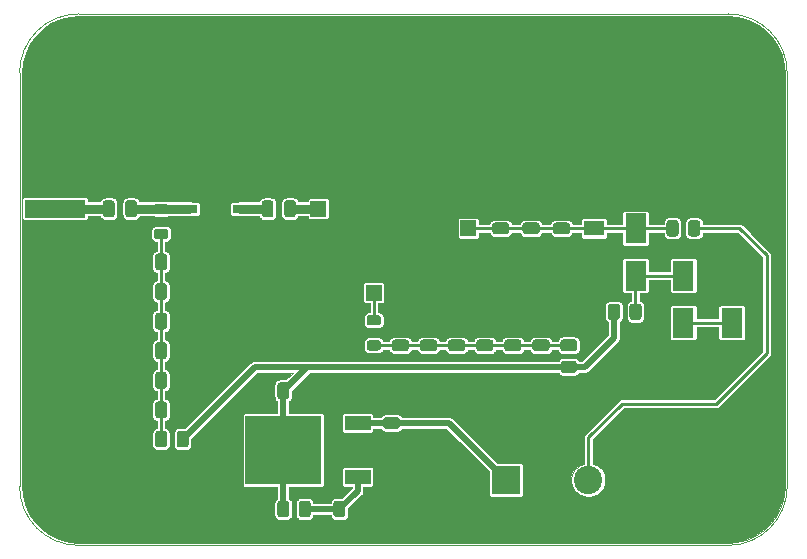
<source format=gbr>
%TF.GenerationSoftware,KiCad,Pcbnew,(5.1.8)-1*%
%TF.CreationDate,2021-02-23T22:19:54+01:00*%
%TF.ProjectId,cvco-general,6376636f-2d67-4656-9e65-72616c2e6b69,rev?*%
%TF.SameCoordinates,Original*%
%TF.FileFunction,Copper,L1,Top*%
%TF.FilePolarity,Positive*%
%FSLAX46Y46*%
G04 Gerber Fmt 4.6, Leading zero omitted, Abs format (unit mm)*
G04 Created by KiCad (PCBNEW (5.1.8)-1) date 2021-02-23 22:19:54*
%MOMM*%
%LPD*%
G01*
G04 APERTURE LIST*
%TA.AperFunction,Profile*%
%ADD10C,0.050000*%
%TD*%
%TA.AperFunction,SMDPad,CuDef*%
%ADD11R,2.200000X1.200000*%
%TD*%
%TA.AperFunction,SMDPad,CuDef*%
%ADD12R,6.400000X5.800000*%
%TD*%
%TA.AperFunction,SMDPad,CuDef*%
%ADD13R,5.080000X1.500000*%
%TD*%
%TA.AperFunction,ComponentPad*%
%ADD14C,0.800000*%
%TD*%
%TA.AperFunction,ComponentPad*%
%ADD15C,6.400000*%
%TD*%
%TA.AperFunction,SMDPad,CuDef*%
%ADD16R,1.800000X2.500000*%
%TD*%
%TA.AperFunction,SMDPad,CuDef*%
%ADD17C,0.100000*%
%TD*%
%TA.AperFunction,SMDPad,CuDef*%
%ADD18R,1.320000X1.320000*%
%TD*%
%TA.AperFunction,ComponentPad*%
%ADD19R,2.400000X2.400000*%
%TD*%
%TA.AperFunction,ComponentPad*%
%ADD20C,2.400000*%
%TD*%
%TA.AperFunction,SMDPad,CuDef*%
%ADD21R,1.700000X1.300000*%
%TD*%
%TA.AperFunction,Conductor*%
%ADD22C,0.250000*%
%TD*%
%TA.AperFunction,Conductor*%
%ADD23C,0.525491*%
%TD*%
%TA.AperFunction,Conductor*%
%ADD24C,0.784566*%
%TD*%
%TA.AperFunction,Conductor*%
%ADD25C,0.075000*%
%TD*%
%TA.AperFunction,Conductor*%
%ADD26C,0.100000*%
%TD*%
G04 APERTURE END LIST*
D10*
X105000000Y-95000000D02*
G75*
G02*
X100000000Y-90000000I0J5000000D01*
G01*
X165000000Y-90000000D02*
G75*
G02*
X160000000Y-95000000I-5000000J0D01*
G01*
X160000000Y-50000000D02*
G75*
G02*
X165000000Y-55000000I0J-5000000D01*
G01*
X100000000Y-55000000D02*
G75*
G02*
X105000000Y-50000000I5000000J0D01*
G01*
X100000000Y-90000000D02*
X100000000Y-55000000D01*
X160000000Y-95000000D02*
X105000000Y-95000000D01*
X165000000Y-55000000D02*
X165000000Y-90000000D01*
X105000000Y-50000000D02*
X160000000Y-50000000D01*
%TO.P,R2,1*%
%TO.N,Net-(R1-Pad2)*%
%TA.AperFunction,SMDPad,CuDef*%
G36*
G01*
X126575000Y-92366762D02*
X126575000Y-91466760D01*
G75*
G02*
X126824999Y-91216761I249999J0D01*
G01*
X127350001Y-91216761D01*
G75*
G02*
X127600000Y-91466760I0J-249999D01*
G01*
X127600000Y-92366762D01*
G75*
G02*
X127350001Y-92616761I-249999J0D01*
G01*
X126824999Y-92616761D01*
G75*
G02*
X126575000Y-92366762I0J249999D01*
G01*
G37*
%TD.AperFunction*%
%TO.P,R2,2*%
%TO.N,GND*%
%TA.AperFunction,SMDPad,CuDef*%
G36*
G01*
X128400000Y-92366762D02*
X128400000Y-91466760D01*
G75*
G02*
X128649999Y-91216761I249999J0D01*
G01*
X129175001Y-91216761D01*
G75*
G02*
X129425000Y-91466760I0J-249999D01*
G01*
X129425000Y-92366762D01*
G75*
G02*
X129175001Y-92616761I-249999J0D01*
G01*
X128649999Y-92616761D01*
G75*
G02*
X128400000Y-92366762I0J249999D01*
G01*
G37*
%TD.AperFunction*%
%TD*%
D11*
%TO.P,U1,1*%
%TO.N,Net-(R1-Pad2)*%
X128622318Y-89196761D03*
%TO.P,U1,3*%
%TO.N,+24V*%
X128622318Y-84636761D03*
D12*
%TO.P,U1,2*%
%TO.N,DC*%
X122322318Y-86931761D03*
%TD*%
%TO.P,R6,1*%
%TO.N,Net-(C17-Pad1)*%
%TA.AperFunction,SMDPad,CuDef*%
G36*
G01*
X154778011Y-68601001D02*
X154778011Y-67700999D01*
G75*
G02*
X155028010Y-67451000I249999J0D01*
G01*
X155553012Y-67451000D01*
G75*
G02*
X155803011Y-67700999I0J-249999D01*
G01*
X155803011Y-68601001D01*
G75*
G02*
X155553012Y-68851000I-249999J0D01*
G01*
X155028010Y-68851000D01*
G75*
G02*
X154778011Y-68601001I0J249999D01*
G01*
G37*
%TD.AperFunction*%
%TO.P,R6,2*%
%TO.N,TUNE*%
%TA.AperFunction,SMDPad,CuDef*%
G36*
G01*
X156603011Y-68601001D02*
X156603011Y-67700999D01*
G75*
G02*
X156853010Y-67451000I249999J0D01*
G01*
X157378012Y-67451000D01*
G75*
G02*
X157628011Y-67700999I0J-249999D01*
G01*
X157628011Y-68601001D01*
G75*
G02*
X157378012Y-68851000I-249999J0D01*
G01*
X156853010Y-68851000D01*
G75*
G02*
X156603011Y-68601001I0J249999D01*
G01*
G37*
%TD.AperFunction*%
%TD*%
D13*
%TO.P,J1,1*%
%TO.N,Net-(C16-Pad1)*%
X103000000Y-66500000D03*
%TO.P,J1,2*%
%TO.N,GND*%
X103000000Y-70750000D03*
X103000000Y-62250000D03*
%TD*%
D14*
%TO.P,H1,1*%
%TO.N,GND*%
X107697056Y-54302944D03*
X106000000Y-53600000D03*
X104302944Y-54302944D03*
X103600000Y-56000000D03*
X104302944Y-57697056D03*
X106000000Y-58400000D03*
X107697056Y-57697056D03*
X108400000Y-56000000D03*
D15*
X106000000Y-56000000D03*
%TD*%
%TO.P,H2,1*%
%TO.N,GND*%
X159000000Y-56000000D03*
D14*
X161400000Y-56000000D03*
X160697056Y-57697056D03*
X159000000Y-58400000D03*
X157302944Y-57697056D03*
X156600000Y-56000000D03*
X157302944Y-54302944D03*
X159000000Y-53600000D03*
X160697056Y-54302944D03*
%TD*%
%TO.P,H3,1*%
%TO.N,GND*%
X107697056Y-87302944D03*
X106000000Y-86600000D03*
X104302944Y-87302944D03*
X103600000Y-89000000D03*
X104302944Y-90697056D03*
X106000000Y-91400000D03*
X107697056Y-90697056D03*
X108400000Y-89000000D03*
D15*
X106000000Y-89000000D03*
%TD*%
%TO.P,H4,1*%
%TO.N,GND*%
X159000000Y-89000000D03*
D14*
X161400000Y-89000000D03*
X160697056Y-90697056D03*
X159000000Y-91400000D03*
X157302944Y-90697056D03*
X156600000Y-89000000D03*
X157302944Y-87302944D03*
X159000000Y-86600000D03*
X160697056Y-87302944D03*
%TD*%
%TO.P,C1,1*%
%TO.N,+24V*%
%TA.AperFunction,SMDPad,CuDef*%
G36*
G01*
X131975000Y-85136761D02*
X131025000Y-85136761D01*
G75*
G02*
X130775000Y-84886761I0J250000D01*
G01*
X130775000Y-84386761D01*
G75*
G02*
X131025000Y-84136761I250000J0D01*
G01*
X131975000Y-84136761D01*
G75*
G02*
X132225000Y-84386761I0J-250000D01*
G01*
X132225000Y-84886761D01*
G75*
G02*
X131975000Y-85136761I-250000J0D01*
G01*
G37*
%TD.AperFunction*%
%TO.P,C1,2*%
%TO.N,GND*%
%TA.AperFunction,SMDPad,CuDef*%
G36*
G01*
X131975000Y-83236761D02*
X131025000Y-83236761D01*
G75*
G02*
X130775000Y-82986761I0J250000D01*
G01*
X130775000Y-82486761D01*
G75*
G02*
X131025000Y-82236761I250000J0D01*
G01*
X131975000Y-82236761D01*
G75*
G02*
X132225000Y-82486761I0J-250000D01*
G01*
X132225000Y-82986761D01*
G75*
G02*
X131975000Y-83236761I-250000J0D01*
G01*
G37*
%TD.AperFunction*%
%TD*%
%TO.P,C2,2*%
%TO.N,GND*%
%TA.AperFunction,SMDPad,CuDef*%
G36*
G01*
X123722318Y-82391761D02*
X123722318Y-81441761D01*
G75*
G02*
X123972318Y-81191761I250000J0D01*
G01*
X124472318Y-81191761D01*
G75*
G02*
X124722318Y-81441761I0J-250000D01*
G01*
X124722318Y-82391761D01*
G75*
G02*
X124472318Y-82641761I-250000J0D01*
G01*
X123972318Y-82641761D01*
G75*
G02*
X123722318Y-82391761I0J250000D01*
G01*
G37*
%TD.AperFunction*%
%TO.P,C2,1*%
%TO.N,DC*%
%TA.AperFunction,SMDPad,CuDef*%
G36*
G01*
X121822318Y-82391761D02*
X121822318Y-81441761D01*
G75*
G02*
X122072318Y-81191761I250000J0D01*
G01*
X122572318Y-81191761D01*
G75*
G02*
X122822318Y-81441761I0J-250000D01*
G01*
X122822318Y-82391761D01*
G75*
G02*
X122572318Y-82641761I-250000J0D01*
G01*
X122072318Y-82641761D01*
G75*
G02*
X121822318Y-82391761I0J250000D01*
G01*
G37*
%TD.AperFunction*%
%TD*%
%TO.P,C3,2*%
%TO.N,GND*%
%TA.AperFunction,SMDPad,CuDef*%
G36*
G01*
X113383334Y-84000000D02*
X113383334Y-83050000D01*
G75*
G02*
X113633334Y-82800000I250000J0D01*
G01*
X114133334Y-82800000D01*
G75*
G02*
X114383334Y-83050000I0J-250000D01*
G01*
X114383334Y-84000000D01*
G75*
G02*
X114133334Y-84250000I-250000J0D01*
G01*
X113633334Y-84250000D01*
G75*
G02*
X113383334Y-84000000I0J250000D01*
G01*
G37*
%TD.AperFunction*%
%TO.P,C3,1*%
%TO.N,Net-(C3-Pad1)*%
%TA.AperFunction,SMDPad,CuDef*%
G36*
G01*
X111483334Y-84000000D02*
X111483334Y-83050000D01*
G75*
G02*
X111733334Y-82800000I250000J0D01*
G01*
X112233334Y-82800000D01*
G75*
G02*
X112483334Y-83050000I0J-250000D01*
G01*
X112483334Y-84000000D01*
G75*
G02*
X112233334Y-84250000I-250000J0D01*
G01*
X111733334Y-84250000D01*
G75*
G02*
X111483334Y-84000000I0J250000D01*
G01*
G37*
%TD.AperFunction*%
%TD*%
%TO.P,C4,2*%
%TO.N,GND*%
%TA.AperFunction,SMDPad,CuDef*%
G36*
G01*
X113383334Y-81495000D02*
X113383334Y-80545000D01*
G75*
G02*
X113633334Y-80295000I250000J0D01*
G01*
X114133334Y-80295000D01*
G75*
G02*
X114383334Y-80545000I0J-250000D01*
G01*
X114383334Y-81495000D01*
G75*
G02*
X114133334Y-81745000I-250000J0D01*
G01*
X113633334Y-81745000D01*
G75*
G02*
X113383334Y-81495000I0J250000D01*
G01*
G37*
%TD.AperFunction*%
%TO.P,C4,1*%
%TO.N,Net-(C3-Pad1)*%
%TA.AperFunction,SMDPad,CuDef*%
G36*
G01*
X111483334Y-81495000D02*
X111483334Y-80545000D01*
G75*
G02*
X111733334Y-80295000I250000J0D01*
G01*
X112233334Y-80295000D01*
G75*
G02*
X112483334Y-80545000I0J-250000D01*
G01*
X112483334Y-81495000D01*
G75*
G02*
X112233334Y-81745000I-250000J0D01*
G01*
X111733334Y-81745000D01*
G75*
G02*
X111483334Y-81495000I0J250000D01*
G01*
G37*
%TD.AperFunction*%
%TD*%
%TO.P,C5,2*%
%TO.N,GND*%
%TA.AperFunction,SMDPad,CuDef*%
G36*
G01*
X113383334Y-78990000D02*
X113383334Y-78040000D01*
G75*
G02*
X113633334Y-77790000I250000J0D01*
G01*
X114133334Y-77790000D01*
G75*
G02*
X114383334Y-78040000I0J-250000D01*
G01*
X114383334Y-78990000D01*
G75*
G02*
X114133334Y-79240000I-250000J0D01*
G01*
X113633334Y-79240000D01*
G75*
G02*
X113383334Y-78990000I0J250000D01*
G01*
G37*
%TD.AperFunction*%
%TO.P,C5,1*%
%TO.N,Net-(C3-Pad1)*%
%TA.AperFunction,SMDPad,CuDef*%
G36*
G01*
X111483334Y-78990000D02*
X111483334Y-78040000D01*
G75*
G02*
X111733334Y-77790000I250000J0D01*
G01*
X112233334Y-77790000D01*
G75*
G02*
X112483334Y-78040000I0J-250000D01*
G01*
X112483334Y-78990000D01*
G75*
G02*
X112233334Y-79240000I-250000J0D01*
G01*
X111733334Y-79240000D01*
G75*
G02*
X111483334Y-78990000I0J250000D01*
G01*
G37*
%TD.AperFunction*%
%TD*%
%TO.P,C6,2*%
%TO.N,GND*%
%TA.AperFunction,SMDPad,CuDef*%
G36*
G01*
X113383334Y-76485000D02*
X113383334Y-75535000D01*
G75*
G02*
X113633334Y-75285000I250000J0D01*
G01*
X114133334Y-75285000D01*
G75*
G02*
X114383334Y-75535000I0J-250000D01*
G01*
X114383334Y-76485000D01*
G75*
G02*
X114133334Y-76735000I-250000J0D01*
G01*
X113633334Y-76735000D01*
G75*
G02*
X113383334Y-76485000I0J250000D01*
G01*
G37*
%TD.AperFunction*%
%TO.P,C6,1*%
%TO.N,Net-(C3-Pad1)*%
%TA.AperFunction,SMDPad,CuDef*%
G36*
G01*
X111483334Y-76485000D02*
X111483334Y-75535000D01*
G75*
G02*
X111733334Y-75285000I250000J0D01*
G01*
X112233334Y-75285000D01*
G75*
G02*
X112483334Y-75535000I0J-250000D01*
G01*
X112483334Y-76485000D01*
G75*
G02*
X112233334Y-76735000I-250000J0D01*
G01*
X111733334Y-76735000D01*
G75*
G02*
X111483334Y-76485000I0J250000D01*
G01*
G37*
%TD.AperFunction*%
%TD*%
%TO.P,C7,1*%
%TO.N,Net-(C3-Pad1)*%
%TA.AperFunction,SMDPad,CuDef*%
G36*
G01*
X111483334Y-73980000D02*
X111483334Y-73030000D01*
G75*
G02*
X111733334Y-72780000I250000J0D01*
G01*
X112233334Y-72780000D01*
G75*
G02*
X112483334Y-73030000I0J-250000D01*
G01*
X112483334Y-73980000D01*
G75*
G02*
X112233334Y-74230000I-250000J0D01*
G01*
X111733334Y-74230000D01*
G75*
G02*
X111483334Y-73980000I0J250000D01*
G01*
G37*
%TD.AperFunction*%
%TO.P,C7,2*%
%TO.N,GND*%
%TA.AperFunction,SMDPad,CuDef*%
G36*
G01*
X113383334Y-73980000D02*
X113383334Y-73030000D01*
G75*
G02*
X113633334Y-72780000I250000J0D01*
G01*
X114133334Y-72780000D01*
G75*
G02*
X114383334Y-73030000I0J-250000D01*
G01*
X114383334Y-73980000D01*
G75*
G02*
X114133334Y-74230000I-250000J0D01*
G01*
X113633334Y-74230000D01*
G75*
G02*
X113383334Y-73980000I0J250000D01*
G01*
G37*
%TD.AperFunction*%
%TD*%
%TO.P,C8,1*%
%TO.N,Net-(C3-Pad1)*%
%TA.AperFunction,SMDPad,CuDef*%
G36*
G01*
X111483334Y-71475000D02*
X111483334Y-70525000D01*
G75*
G02*
X111733334Y-70275000I250000J0D01*
G01*
X112233334Y-70275000D01*
G75*
G02*
X112483334Y-70525000I0J-250000D01*
G01*
X112483334Y-71475000D01*
G75*
G02*
X112233334Y-71725000I-250000J0D01*
G01*
X111733334Y-71725000D01*
G75*
G02*
X111483334Y-71475000I0J250000D01*
G01*
G37*
%TD.AperFunction*%
%TO.P,C8,2*%
%TO.N,GND*%
%TA.AperFunction,SMDPad,CuDef*%
G36*
G01*
X113383334Y-71475000D02*
X113383334Y-70525000D01*
G75*
G02*
X113633334Y-70275000I250000J0D01*
G01*
X114133334Y-70275000D01*
G75*
G02*
X114383334Y-70525000I0J-250000D01*
G01*
X114383334Y-71475000D01*
G75*
G02*
X114133334Y-71725000I-250000J0D01*
G01*
X113633334Y-71725000D01*
G75*
G02*
X113383334Y-71475000I0J250000D01*
G01*
G37*
%TD.AperFunction*%
%TD*%
%TO.P,C9,1*%
%TO.N,Net-(C10-Pad1)*%
%TA.AperFunction,SMDPad,CuDef*%
G36*
G01*
X144625000Y-78562500D02*
X143675000Y-78562500D01*
G75*
G02*
X143425000Y-78312500I0J250000D01*
G01*
X143425000Y-77812500D01*
G75*
G02*
X143675000Y-77562500I250000J0D01*
G01*
X144625000Y-77562500D01*
G75*
G02*
X144875000Y-77812500I0J-250000D01*
G01*
X144875000Y-78312500D01*
G75*
G02*
X144625000Y-78562500I-250000J0D01*
G01*
G37*
%TD.AperFunction*%
%TO.P,C9,2*%
%TO.N,GND*%
%TA.AperFunction,SMDPad,CuDef*%
G36*
G01*
X144625000Y-76662500D02*
X143675000Y-76662500D01*
G75*
G02*
X143425000Y-76412500I0J250000D01*
G01*
X143425000Y-75912500D01*
G75*
G02*
X143675000Y-75662500I250000J0D01*
G01*
X144625000Y-75662500D01*
G75*
G02*
X144875000Y-75912500I0J-250000D01*
G01*
X144875000Y-76412500D01*
G75*
G02*
X144625000Y-76662500I-250000J0D01*
G01*
G37*
%TD.AperFunction*%
%TD*%
%TO.P,C10,2*%
%TO.N,GND*%
%TA.AperFunction,SMDPad,CuDef*%
G36*
G01*
X142245000Y-76662500D02*
X141295000Y-76662500D01*
G75*
G02*
X141045000Y-76412500I0J250000D01*
G01*
X141045000Y-75912500D01*
G75*
G02*
X141295000Y-75662500I250000J0D01*
G01*
X142245000Y-75662500D01*
G75*
G02*
X142495000Y-75912500I0J-250000D01*
G01*
X142495000Y-76412500D01*
G75*
G02*
X142245000Y-76662500I-250000J0D01*
G01*
G37*
%TD.AperFunction*%
%TO.P,C10,1*%
%TO.N,Net-(C10-Pad1)*%
%TA.AperFunction,SMDPad,CuDef*%
G36*
G01*
X142245000Y-78562500D02*
X141295000Y-78562500D01*
G75*
G02*
X141045000Y-78312500I0J250000D01*
G01*
X141045000Y-77812500D01*
G75*
G02*
X141295000Y-77562500I250000J0D01*
G01*
X142245000Y-77562500D01*
G75*
G02*
X142495000Y-77812500I0J-250000D01*
G01*
X142495000Y-78312500D01*
G75*
G02*
X142245000Y-78562500I-250000J0D01*
G01*
G37*
%TD.AperFunction*%
%TD*%
%TO.P,C11,1*%
%TO.N,Net-(C10-Pad1)*%
%TA.AperFunction,SMDPad,CuDef*%
G36*
G01*
X139865000Y-78562500D02*
X138915000Y-78562500D01*
G75*
G02*
X138665000Y-78312500I0J250000D01*
G01*
X138665000Y-77812500D01*
G75*
G02*
X138915000Y-77562500I250000J0D01*
G01*
X139865000Y-77562500D01*
G75*
G02*
X140115000Y-77812500I0J-250000D01*
G01*
X140115000Y-78312500D01*
G75*
G02*
X139865000Y-78562500I-250000J0D01*
G01*
G37*
%TD.AperFunction*%
%TO.P,C11,2*%
%TO.N,GND*%
%TA.AperFunction,SMDPad,CuDef*%
G36*
G01*
X139865000Y-76662500D02*
X138915000Y-76662500D01*
G75*
G02*
X138665000Y-76412500I0J250000D01*
G01*
X138665000Y-75912500D01*
G75*
G02*
X138915000Y-75662500I250000J0D01*
G01*
X139865000Y-75662500D01*
G75*
G02*
X140115000Y-75912500I0J-250000D01*
G01*
X140115000Y-76412500D01*
G75*
G02*
X139865000Y-76662500I-250000J0D01*
G01*
G37*
%TD.AperFunction*%
%TD*%
%TO.P,C12,1*%
%TO.N,Net-(C10-Pad1)*%
%TA.AperFunction,SMDPad,CuDef*%
G36*
G01*
X137485000Y-78562500D02*
X136535000Y-78562500D01*
G75*
G02*
X136285000Y-78312500I0J250000D01*
G01*
X136285000Y-77812500D01*
G75*
G02*
X136535000Y-77562500I250000J0D01*
G01*
X137485000Y-77562500D01*
G75*
G02*
X137735000Y-77812500I0J-250000D01*
G01*
X137735000Y-78312500D01*
G75*
G02*
X137485000Y-78562500I-250000J0D01*
G01*
G37*
%TD.AperFunction*%
%TO.P,C12,2*%
%TO.N,GND*%
%TA.AperFunction,SMDPad,CuDef*%
G36*
G01*
X137485000Y-76662500D02*
X136535000Y-76662500D01*
G75*
G02*
X136285000Y-76412500I0J250000D01*
G01*
X136285000Y-75912500D01*
G75*
G02*
X136535000Y-75662500I250000J0D01*
G01*
X137485000Y-75662500D01*
G75*
G02*
X137735000Y-75912500I0J-250000D01*
G01*
X137735000Y-76412500D01*
G75*
G02*
X137485000Y-76662500I-250000J0D01*
G01*
G37*
%TD.AperFunction*%
%TD*%
%TO.P,C13,2*%
%TO.N,GND*%
%TA.AperFunction,SMDPad,CuDef*%
G36*
G01*
X135105000Y-76662500D02*
X134155000Y-76662500D01*
G75*
G02*
X133905000Y-76412500I0J250000D01*
G01*
X133905000Y-75912500D01*
G75*
G02*
X134155000Y-75662500I250000J0D01*
G01*
X135105000Y-75662500D01*
G75*
G02*
X135355000Y-75912500I0J-250000D01*
G01*
X135355000Y-76412500D01*
G75*
G02*
X135105000Y-76662500I-250000J0D01*
G01*
G37*
%TD.AperFunction*%
%TO.P,C13,1*%
%TO.N,Net-(C10-Pad1)*%
%TA.AperFunction,SMDPad,CuDef*%
G36*
G01*
X135105000Y-78562500D02*
X134155000Y-78562500D01*
G75*
G02*
X133905000Y-78312500I0J250000D01*
G01*
X133905000Y-77812500D01*
G75*
G02*
X134155000Y-77562500I250000J0D01*
G01*
X135105000Y-77562500D01*
G75*
G02*
X135355000Y-77812500I0J-250000D01*
G01*
X135355000Y-78312500D01*
G75*
G02*
X135105000Y-78562500I-250000J0D01*
G01*
G37*
%TD.AperFunction*%
%TD*%
%TO.P,C14,2*%
%TO.N,GND*%
%TA.AperFunction,SMDPad,CuDef*%
G36*
G01*
X132725000Y-76662500D02*
X131775000Y-76662500D01*
G75*
G02*
X131525000Y-76412500I0J250000D01*
G01*
X131525000Y-75912500D01*
G75*
G02*
X131775000Y-75662500I250000J0D01*
G01*
X132725000Y-75662500D01*
G75*
G02*
X132975000Y-75912500I0J-250000D01*
G01*
X132975000Y-76412500D01*
G75*
G02*
X132725000Y-76662500I-250000J0D01*
G01*
G37*
%TD.AperFunction*%
%TO.P,C14,1*%
%TO.N,Net-(C10-Pad1)*%
%TA.AperFunction,SMDPad,CuDef*%
G36*
G01*
X132725000Y-78562500D02*
X131775000Y-78562500D01*
G75*
G02*
X131525000Y-78312500I0J250000D01*
G01*
X131525000Y-77812500D01*
G75*
G02*
X131775000Y-77562500I250000J0D01*
G01*
X132725000Y-77562500D01*
G75*
G02*
X132975000Y-77812500I0J-250000D01*
G01*
X132975000Y-78312500D01*
G75*
G02*
X132725000Y-78562500I-250000J0D01*
G01*
G37*
%TD.AperFunction*%
%TD*%
%TO.P,C15,1*%
%TO.N,Net-(C15-Pad1)*%
%TA.AperFunction,SMDPad,CuDef*%
G36*
G01*
X120500000Y-66975000D02*
X120500000Y-66025000D01*
G75*
G02*
X120750000Y-65775000I250000J0D01*
G01*
X121250000Y-65775000D01*
G75*
G02*
X121500000Y-66025000I0J-250000D01*
G01*
X121500000Y-66975000D01*
G75*
G02*
X121250000Y-67225000I-250000J0D01*
G01*
X120750000Y-67225000D01*
G75*
G02*
X120500000Y-66975000I0J250000D01*
G01*
G37*
%TD.AperFunction*%
%TO.P,C15,2*%
%TO.N,Net-(C15-Pad2)*%
%TA.AperFunction,SMDPad,CuDef*%
G36*
G01*
X122400000Y-66975000D02*
X122400000Y-66025000D01*
G75*
G02*
X122650000Y-65775000I250000J0D01*
G01*
X123150000Y-65775000D01*
G75*
G02*
X123400000Y-66025000I0J-250000D01*
G01*
X123400000Y-66975000D01*
G75*
G02*
X123150000Y-67225000I-250000J0D01*
G01*
X122650000Y-67225000D01*
G75*
G02*
X122400000Y-66975000I0J250000D01*
G01*
G37*
%TD.AperFunction*%
%TD*%
%TO.P,C16,1*%
%TO.N,Net-(C16-Pad1)*%
%TA.AperFunction,SMDPad,CuDef*%
G36*
G01*
X107050000Y-66975000D02*
X107050000Y-66025000D01*
G75*
G02*
X107300000Y-65775000I250000J0D01*
G01*
X107800000Y-65775000D01*
G75*
G02*
X108050000Y-66025000I0J-250000D01*
G01*
X108050000Y-66975000D01*
G75*
G02*
X107800000Y-67225000I-250000J0D01*
G01*
X107300000Y-67225000D01*
G75*
G02*
X107050000Y-66975000I0J250000D01*
G01*
G37*
%TD.AperFunction*%
%TO.P,C16,2*%
%TO.N,Net-(C16-Pad2)*%
%TA.AperFunction,SMDPad,CuDef*%
G36*
G01*
X108950000Y-66975000D02*
X108950000Y-66025000D01*
G75*
G02*
X109200000Y-65775000I250000J0D01*
G01*
X109700000Y-65775000D01*
G75*
G02*
X109950000Y-66025000I0J-250000D01*
G01*
X109950000Y-66975000D01*
G75*
G02*
X109700000Y-67225000I-250000J0D01*
G01*
X109200000Y-67225000D01*
G75*
G02*
X108950000Y-66975000I0J250000D01*
G01*
G37*
%TD.AperFunction*%
%TD*%
%TO.P,C17,1*%
%TO.N,Net-(C17-Pad1)*%
%TA.AperFunction,SMDPad,CuDef*%
G36*
G01*
X146364205Y-68651000D02*
X145414205Y-68651000D01*
G75*
G02*
X145164205Y-68401000I0J250000D01*
G01*
X145164205Y-67901000D01*
G75*
G02*
X145414205Y-67651000I250000J0D01*
G01*
X146364205Y-67651000D01*
G75*
G02*
X146614205Y-67901000I0J-250000D01*
G01*
X146614205Y-68401000D01*
G75*
G02*
X146364205Y-68651000I-250000J0D01*
G01*
G37*
%TD.AperFunction*%
%TO.P,C17,2*%
%TO.N,GND*%
%TA.AperFunction,SMDPad,CuDef*%
G36*
G01*
X146364205Y-66751000D02*
X145414205Y-66751000D01*
G75*
G02*
X145164205Y-66501000I0J250000D01*
G01*
X145164205Y-66001000D01*
G75*
G02*
X145414205Y-65751000I250000J0D01*
G01*
X146364205Y-65751000D01*
G75*
G02*
X146614205Y-66001000I0J-250000D01*
G01*
X146614205Y-66501000D01*
G75*
G02*
X146364205Y-66751000I-250000J0D01*
G01*
G37*
%TD.AperFunction*%
%TD*%
%TO.P,C18,1*%
%TO.N,Net-(C17-Pad1)*%
%TA.AperFunction,SMDPad,CuDef*%
G36*
G01*
X143786270Y-68651000D02*
X142836270Y-68651000D01*
G75*
G02*
X142586270Y-68401000I0J250000D01*
G01*
X142586270Y-67901000D01*
G75*
G02*
X142836270Y-67651000I250000J0D01*
G01*
X143786270Y-67651000D01*
G75*
G02*
X144036270Y-67901000I0J-250000D01*
G01*
X144036270Y-68401000D01*
G75*
G02*
X143786270Y-68651000I-250000J0D01*
G01*
G37*
%TD.AperFunction*%
%TO.P,C18,2*%
%TO.N,GND*%
%TA.AperFunction,SMDPad,CuDef*%
G36*
G01*
X143786270Y-66751000D02*
X142836270Y-66751000D01*
G75*
G02*
X142586270Y-66501000I0J250000D01*
G01*
X142586270Y-66001000D01*
G75*
G02*
X142836270Y-65751000I250000J0D01*
G01*
X143786270Y-65751000D01*
G75*
G02*
X144036270Y-66001000I0J-250000D01*
G01*
X144036270Y-66501000D01*
G75*
G02*
X143786270Y-66751000I-250000J0D01*
G01*
G37*
%TD.AperFunction*%
%TD*%
%TO.P,C19,2*%
%TO.N,GND*%
%TA.AperFunction,SMDPad,CuDef*%
G36*
G01*
X141208335Y-66751000D02*
X140258335Y-66751000D01*
G75*
G02*
X140008335Y-66501000I0J250000D01*
G01*
X140008335Y-66001000D01*
G75*
G02*
X140258335Y-65751000I250000J0D01*
G01*
X141208335Y-65751000D01*
G75*
G02*
X141458335Y-66001000I0J-250000D01*
G01*
X141458335Y-66501000D01*
G75*
G02*
X141208335Y-66751000I-250000J0D01*
G01*
G37*
%TD.AperFunction*%
%TO.P,C19,1*%
%TO.N,Net-(C17-Pad1)*%
%TA.AperFunction,SMDPad,CuDef*%
G36*
G01*
X141208335Y-68651000D02*
X140258335Y-68651000D01*
G75*
G02*
X140008335Y-68401000I0J250000D01*
G01*
X140008335Y-67901000D01*
G75*
G02*
X140258335Y-67651000I250000J0D01*
G01*
X141208335Y-67651000D01*
G75*
G02*
X141458335Y-67901000I0J-250000D01*
G01*
X141458335Y-68401000D01*
G75*
G02*
X141208335Y-68651000I-250000J0D01*
G01*
G37*
%TD.AperFunction*%
%TD*%
D16*
%TO.P,D1,1*%
%TO.N,Net-(C17-Pad1)*%
X152155075Y-68151000D03*
%TO.P,D1,2*%
%TO.N,Net-(D1-Pad2)*%
X152155075Y-72151000D03*
%TD*%
%TO.P,D2,1*%
%TO.N,Net-(D2-Pad1)*%
X156203011Y-76151000D03*
%TO.P,D2,2*%
%TO.N,Net-(D1-Pad2)*%
X156203011Y-72151000D03*
%TD*%
%TO.P,D3,2*%
%TO.N,Net-(D2-Pad1)*%
X160300000Y-76151000D03*
%TO.P,D3,1*%
%TO.N,GND*%
X160300000Y-72151000D03*
%TD*%
%TO.P,L1,1*%
%TO.N,Net-(C3-Pad1)*%
%TA.AperFunction,SMDPad,CuDef*%
G36*
G01*
X112364584Y-69062500D02*
X111602084Y-69062500D01*
G75*
G02*
X111383334Y-68843750I0J218750D01*
G01*
X111383334Y-68406250D01*
G75*
G02*
X111602084Y-68187500I218750J0D01*
G01*
X112364584Y-68187500D01*
G75*
G02*
X112583334Y-68406250I0J-218750D01*
G01*
X112583334Y-68843750D01*
G75*
G02*
X112364584Y-69062500I-218750J0D01*
G01*
G37*
%TD.AperFunction*%
%TO.P,L1,2*%
%TO.N,Net-(C16-Pad2)*%
%TA.AperFunction,SMDPad,CuDef*%
G36*
G01*
X112364584Y-66937500D02*
X111602084Y-66937500D01*
G75*
G02*
X111383334Y-66718750I0J218750D01*
G01*
X111383334Y-66281250D01*
G75*
G02*
X111602084Y-66062500I218750J0D01*
G01*
X112364584Y-66062500D01*
G75*
G02*
X112583334Y-66281250I0J-218750D01*
G01*
X112583334Y-66718750D01*
G75*
G02*
X112364584Y-66937500I-218750J0D01*
G01*
G37*
%TD.AperFunction*%
%TD*%
%TO.P,L2,2*%
%TO.N,Net-(L2-Pad2)*%
%TA.AperFunction,SMDPad,CuDef*%
G36*
G01*
X130381250Y-76375000D02*
X129618750Y-76375000D01*
G75*
G02*
X129400000Y-76156250I0J218750D01*
G01*
X129400000Y-75718750D01*
G75*
G02*
X129618750Y-75500000I218750J0D01*
G01*
X130381250Y-75500000D01*
G75*
G02*
X130600000Y-75718750I0J-218750D01*
G01*
X130600000Y-76156250D01*
G75*
G02*
X130381250Y-76375000I-218750J0D01*
G01*
G37*
%TD.AperFunction*%
%TO.P,L2,1*%
%TO.N,Net-(C10-Pad1)*%
%TA.AperFunction,SMDPad,CuDef*%
G36*
G01*
X130381250Y-78500000D02*
X129618750Y-78500000D01*
G75*
G02*
X129400000Y-78281250I0J218750D01*
G01*
X129400000Y-77843750D01*
G75*
G02*
X129618750Y-77625000I218750J0D01*
G01*
X130381250Y-77625000D01*
G75*
G02*
X130600000Y-77843750I0J-218750D01*
G01*
X130600000Y-78281250D01*
G75*
G02*
X130381250Y-78500000I-218750J0D01*
G01*
G37*
%TD.AperFunction*%
%TD*%
%TO.P,R1,2*%
%TO.N,Net-(R1-Pad2)*%
%TA.AperFunction,SMDPad,CuDef*%
G36*
G01*
X123634818Y-92366762D02*
X123634818Y-91466760D01*
G75*
G02*
X123884817Y-91216761I249999J0D01*
G01*
X124409819Y-91216761D01*
G75*
G02*
X124659818Y-91466760I0J-249999D01*
G01*
X124659818Y-92366762D01*
G75*
G02*
X124409819Y-92616761I-249999J0D01*
G01*
X123884817Y-92616761D01*
G75*
G02*
X123634818Y-92366762I0J249999D01*
G01*
G37*
%TD.AperFunction*%
%TO.P,R1,1*%
%TO.N,DC*%
%TA.AperFunction,SMDPad,CuDef*%
G36*
G01*
X121809818Y-92366762D02*
X121809818Y-91466760D01*
G75*
G02*
X122059817Y-91216761I249999J0D01*
G01*
X122584819Y-91216761D01*
G75*
G02*
X122834818Y-91466760I0J-249999D01*
G01*
X122834818Y-92366762D01*
G75*
G02*
X122584819Y-92616761I-249999J0D01*
G01*
X122059817Y-92616761D01*
G75*
G02*
X121809818Y-92366762I0J249999D01*
G01*
G37*
%TD.AperFunction*%
%TD*%
%TO.P,R3,1*%
%TO.N,DC*%
%TA.AperFunction,SMDPad,CuDef*%
G36*
G01*
X114320834Y-85549999D02*
X114320834Y-86450001D01*
G75*
G02*
X114070835Y-86700000I-249999J0D01*
G01*
X113545833Y-86700000D01*
G75*
G02*
X113295834Y-86450001I0J249999D01*
G01*
X113295834Y-85549999D01*
G75*
G02*
X113545833Y-85300000I249999J0D01*
G01*
X114070835Y-85300000D01*
G75*
G02*
X114320834Y-85549999I0J-249999D01*
G01*
G37*
%TD.AperFunction*%
%TO.P,R3,2*%
%TO.N,Net-(C3-Pad1)*%
%TA.AperFunction,SMDPad,CuDef*%
G36*
G01*
X112495834Y-85549999D02*
X112495834Y-86450001D01*
G75*
G02*
X112245835Y-86700000I-249999J0D01*
G01*
X111720833Y-86700000D01*
G75*
G02*
X111470834Y-86450001I0J249999D01*
G01*
X111470834Y-85549999D01*
G75*
G02*
X111720833Y-85300000I249999J0D01*
G01*
X112245835Y-85300000D01*
G75*
G02*
X112495834Y-85549999I0J-249999D01*
G01*
G37*
%TD.AperFunction*%
%TD*%
%TO.P,R4,1*%
%TO.N,DC*%
%TA.AperFunction,SMDPad,CuDef*%
G36*
G01*
X146950001Y-80400000D02*
X146049999Y-80400000D01*
G75*
G02*
X145800000Y-80150001I0J249999D01*
G01*
X145800000Y-79624999D01*
G75*
G02*
X146049999Y-79375000I249999J0D01*
G01*
X146950001Y-79375000D01*
G75*
G02*
X147200000Y-79624999I0J-249999D01*
G01*
X147200000Y-80150001D01*
G75*
G02*
X146950001Y-80400000I-249999J0D01*
G01*
G37*
%TD.AperFunction*%
%TO.P,R4,2*%
%TO.N,Net-(C10-Pad1)*%
%TA.AperFunction,SMDPad,CuDef*%
G36*
G01*
X146950001Y-78575000D02*
X146049999Y-78575000D01*
G75*
G02*
X145800000Y-78325001I0J249999D01*
G01*
X145800000Y-77799999D01*
G75*
G02*
X146049999Y-77550000I249999J0D01*
G01*
X146950001Y-77550000D01*
G75*
G02*
X147200000Y-77799999I0J-249999D01*
G01*
X147200000Y-78325001D01*
G75*
G02*
X146950001Y-78575000I-249999J0D01*
G01*
G37*
%TD.AperFunction*%
%TD*%
%TO.P,R5,2*%
%TO.N,DC*%
%TA.AperFunction,SMDPad,CuDef*%
G36*
G01*
X150839740Y-74773883D02*
X150839740Y-75673885D01*
G75*
G02*
X150589741Y-75923884I-249999J0D01*
G01*
X150064739Y-75923884D01*
G75*
G02*
X149814740Y-75673885I0J249999D01*
G01*
X149814740Y-74773883D01*
G75*
G02*
X150064739Y-74523884I249999J0D01*
G01*
X150589741Y-74523884D01*
G75*
G02*
X150839740Y-74773883I0J-249999D01*
G01*
G37*
%TD.AperFunction*%
%TO.P,R5,1*%
%TO.N,Net-(D1-Pad2)*%
%TA.AperFunction,SMDPad,CuDef*%
G36*
G01*
X152664740Y-74773883D02*
X152664740Y-75673885D01*
G75*
G02*
X152414741Y-75923884I-249999J0D01*
G01*
X151889739Y-75923884D01*
G75*
G02*
X151639740Y-75673885I0J249999D01*
G01*
X151639740Y-74773883D01*
G75*
G02*
X151889739Y-74523884I249999J0D01*
G01*
X152414741Y-74523884D01*
G75*
G02*
X152664740Y-74773883I0J-249999D01*
G01*
G37*
%TD.AperFunction*%
%TD*%
%TA.AperFunction,SMDPad,CuDef*%
D17*
%TO.P,U2,1*%
%TO.N,Net-(C15-Pad1)*%
G36*
X118041667Y-66850000D02*
G01*
X118041667Y-66150000D01*
X119341667Y-66150000D01*
X119341667Y-66850000D01*
X118041667Y-66850000D01*
G37*
%TD.AperFunction*%
%TA.AperFunction,SMDPad,CuDef*%
%TO.P,U2,3*%
%TO.N,Net-(C16-Pad2)*%
G36*
X113741667Y-66850000D02*
G01*
X113741667Y-66150000D01*
X115041667Y-66150000D01*
X115041667Y-66850000D01*
X113741667Y-66850000D01*
G37*
%TD.AperFunction*%
%TA.AperFunction,SMDPad,CuDef*%
%TO.P,U2,2*%
%TO.N,GND*%
G36*
X115941667Y-65000000D02*
G01*
X115941667Y-63600000D01*
X117141667Y-63600000D01*
X117141667Y-65000000D01*
X115941667Y-65000000D01*
G37*
%TD.AperFunction*%
%TA.AperFunction,SMDPad,CuDef*%
%TO.P,U2,4*%
G36*
X115941667Y-69400000D02*
G01*
X115941667Y-68000000D01*
X117141667Y-68000000D01*
X117141667Y-69400000D01*
X115941667Y-69400000D01*
G37*
%TD.AperFunction*%
%TD*%
D18*
%TO.P,Y1,5*%
%TO.N,GND*%
X135333000Y-60912000D03*
%TO.P,Y1,6*%
X132793000Y-60912000D03*
%TO.P,Y1,7*%
X130253000Y-60912000D03*
%TO.P,Y1,8*%
X127713000Y-60912000D03*
%TO.P,Y1,16*%
X135079000Y-73612000D03*
%TO.P,Y1,15*%
X132539000Y-73612000D03*
%TO.P,Y1,14*%
%TO.N,Net-(L2-Pad2)*%
X129999000Y-73612000D03*
%TO.P,Y1,13*%
%TO.N,GND*%
X127459000Y-73612000D03*
%TO.P,Y1,4*%
X138000000Y-63071000D03*
%TO.P,Y1,3*%
X138000000Y-65611000D03*
%TO.P,Y1,2*%
%TO.N,Net-(C17-Pad1)*%
X138000000Y-68151000D03*
%TO.P,Y1,1*%
%TO.N,GND*%
X138000000Y-70691000D03*
%TO.P,Y1,12*%
X125300000Y-71580000D03*
%TO.P,Y1,11*%
X125300000Y-69040000D03*
%TO.P,Y1,10*%
%TO.N,Net-(C15-Pad2)*%
X125300000Y-66500000D03*
%TO.P,Y1,9*%
%TO.N,GND*%
X125300000Y-63960000D03*
%TD*%
D19*
%TO.P,J2,1*%
%TO.N,+24V*%
X141172374Y-89469494D03*
D20*
%TO.P,J2,2*%
%TO.N,GND*%
X144672374Y-89469494D03*
%TO.P,J2,3*%
%TO.N,TUNE*%
X148172374Y-89469494D03*
%TD*%
D21*
%TO.P,D4,1*%
%TO.N,Net-(C17-Pad1)*%
X148637140Y-68151000D03*
%TO.P,D4,2*%
%TO.N,GND*%
X148637140Y-64651000D03*
%TD*%
D22*
%TO.N,Net-(C10-Pad1)*%
X146500000Y-78062500D02*
X130000000Y-78062500D01*
D23*
%TO.N,+24V*%
X128622318Y-84636761D02*
X136339641Y-84636761D01*
X136339641Y-84636761D02*
X141172374Y-89469494D01*
D22*
%TO.N,TUNE*%
X160951000Y-68151000D02*
X157115511Y-68151000D01*
X163250000Y-70450000D02*
X160951000Y-68151000D01*
X163250000Y-78750000D02*
X163250000Y-70450000D01*
X159000000Y-83000000D02*
X163250000Y-78750000D01*
X151000000Y-83000000D02*
X159000000Y-83000000D01*
X148172374Y-85827626D02*
X151000000Y-83000000D01*
X148172374Y-89469494D02*
X148172374Y-85827626D01*
D23*
%TO.N,DC*%
X122322318Y-81916761D02*
X122322318Y-91916761D01*
X124351579Y-79887500D02*
X122322318Y-81916761D01*
X146500000Y-79887500D02*
X124351579Y-79887500D01*
X119920834Y-79887500D02*
X113808334Y-86000000D01*
X124351579Y-79887500D02*
X119920834Y-79887500D01*
X150327240Y-75223884D02*
X150327240Y-77422760D01*
X147862500Y-79887500D02*
X146500000Y-79887500D01*
X150327240Y-77422760D02*
X147862500Y-79887500D01*
D22*
%TO.N,Net-(C3-Pad1)*%
X111983334Y-86000000D02*
X111983334Y-68625000D01*
D24*
%TO.N,Net-(C15-Pad1)*%
X121000000Y-66500000D02*
X118691667Y-66500000D01*
%TO.N,Net-(C15-Pad2)*%
X125300000Y-66500000D02*
X122900000Y-66500000D01*
%TO.N,Net-(C16-Pad1)*%
X107550000Y-66500000D02*
X103000000Y-66500000D01*
%TO.N,Net-(C16-Pad2)*%
X114391667Y-66500000D02*
X109450000Y-66500000D01*
D22*
%TO.N,Net-(C17-Pad1)*%
X138000000Y-68151000D02*
X155290511Y-68151000D01*
%TO.N,Net-(D1-Pad2)*%
X156203011Y-72151000D02*
X152155075Y-72151000D01*
X152152240Y-72153835D02*
X152155075Y-72151000D01*
X152152240Y-75223884D02*
X152152240Y-72153835D01*
%TO.N,Net-(D2-Pad1)*%
X160300000Y-76151000D02*
X156203011Y-76151000D01*
%TO.N,Net-(L2-Pad2)*%
X130000000Y-73613000D02*
X129999000Y-73612000D01*
X130000000Y-75937500D02*
X130000000Y-73613000D01*
D23*
%TO.N,Net-(R1-Pad2)*%
X124147318Y-91916761D02*
X127087500Y-91916761D01*
X128622318Y-90381943D02*
X127087500Y-91916761D01*
X128622318Y-89196761D02*
X128622318Y-90381943D01*
%TD*%
D25*
%TO.N,GND*%
X160847648Y-50288995D02*
X161668493Y-50513553D01*
X162436602Y-50879923D01*
X163127699Y-51376526D01*
X163719930Y-51987661D01*
X164194579Y-52694015D01*
X164536640Y-53473248D01*
X164735699Y-54302391D01*
X164787500Y-55007787D01*
X164787501Y-89990522D01*
X164711005Y-90847643D01*
X164486446Y-91668495D01*
X164120076Y-92436605D01*
X163623472Y-93127702D01*
X163012339Y-93719930D01*
X162305985Y-94194579D01*
X161526752Y-94536640D01*
X160697610Y-94735699D01*
X159992213Y-94787500D01*
X105009467Y-94787500D01*
X104152357Y-94711005D01*
X103331505Y-94486446D01*
X102563395Y-94120076D01*
X101872298Y-93623472D01*
X101280070Y-93012339D01*
X100805421Y-92305985D01*
X100463360Y-91526752D01*
X100264301Y-90697610D01*
X100212500Y-89992213D01*
X100212500Y-68406250D01*
X111144685Y-68406250D01*
X111144685Y-68843750D01*
X111153474Y-68932984D01*
X111179502Y-69018789D01*
X111221771Y-69097867D01*
X111278654Y-69167180D01*
X111347967Y-69224063D01*
X111427045Y-69266332D01*
X111512850Y-69292360D01*
X111602084Y-69301149D01*
X111620835Y-69301149D01*
X111620835Y-70050948D01*
X111546336Y-70073547D01*
X111461855Y-70118703D01*
X111387807Y-70179473D01*
X111327037Y-70253521D01*
X111281881Y-70338002D01*
X111254074Y-70429669D01*
X111244685Y-70525000D01*
X111244685Y-71475000D01*
X111254074Y-71570331D01*
X111281881Y-71661998D01*
X111327037Y-71746479D01*
X111387807Y-71820527D01*
X111461855Y-71881297D01*
X111546336Y-71926453D01*
X111620835Y-71949052D01*
X111620835Y-72555948D01*
X111546336Y-72578547D01*
X111461855Y-72623703D01*
X111387807Y-72684473D01*
X111327037Y-72758521D01*
X111281881Y-72843002D01*
X111254074Y-72934669D01*
X111244685Y-73030000D01*
X111244685Y-73980000D01*
X111254074Y-74075331D01*
X111281881Y-74166998D01*
X111327037Y-74251479D01*
X111387807Y-74325527D01*
X111461855Y-74386297D01*
X111546336Y-74431453D01*
X111620835Y-74454052D01*
X111620835Y-75060948D01*
X111546336Y-75083547D01*
X111461855Y-75128703D01*
X111387807Y-75189473D01*
X111327037Y-75263521D01*
X111281881Y-75348002D01*
X111254074Y-75439669D01*
X111244685Y-75535000D01*
X111244685Y-76485000D01*
X111254074Y-76580331D01*
X111281881Y-76671998D01*
X111327037Y-76756479D01*
X111387807Y-76830527D01*
X111461855Y-76891297D01*
X111546336Y-76936453D01*
X111620835Y-76959052D01*
X111620834Y-77565948D01*
X111546336Y-77588547D01*
X111461855Y-77633703D01*
X111387807Y-77694473D01*
X111327037Y-77768521D01*
X111281881Y-77853002D01*
X111254074Y-77944669D01*
X111244685Y-78040000D01*
X111244685Y-78990000D01*
X111254074Y-79085331D01*
X111281881Y-79176998D01*
X111327037Y-79261479D01*
X111387807Y-79335527D01*
X111461855Y-79396297D01*
X111546336Y-79441453D01*
X111620834Y-79464052D01*
X111620834Y-80070948D01*
X111546336Y-80093547D01*
X111461855Y-80138703D01*
X111387807Y-80199473D01*
X111327037Y-80273521D01*
X111281881Y-80358002D01*
X111254074Y-80449669D01*
X111244685Y-80545000D01*
X111244685Y-81495000D01*
X111254074Y-81590331D01*
X111281881Y-81681998D01*
X111327037Y-81766479D01*
X111387807Y-81840527D01*
X111461855Y-81901297D01*
X111546336Y-81946453D01*
X111620834Y-81969052D01*
X111620834Y-82575948D01*
X111546336Y-82598547D01*
X111461855Y-82643703D01*
X111387807Y-82704473D01*
X111327037Y-82778521D01*
X111281881Y-82863002D01*
X111254074Y-82954669D01*
X111244685Y-83050000D01*
X111244685Y-84000000D01*
X111254074Y-84095331D01*
X111281881Y-84186998D01*
X111327037Y-84271479D01*
X111387807Y-84345527D01*
X111461855Y-84406297D01*
X111546336Y-84451453D01*
X111620834Y-84474052D01*
X111620834Y-85072156D01*
X111533836Y-85098547D01*
X111449355Y-85143703D01*
X111375307Y-85204473D01*
X111314537Y-85278521D01*
X111269381Y-85363002D01*
X111241574Y-85454669D01*
X111232185Y-85549999D01*
X111232185Y-86450001D01*
X111241574Y-86545331D01*
X111269381Y-86636998D01*
X111314537Y-86721479D01*
X111375307Y-86795527D01*
X111449355Y-86856297D01*
X111533836Y-86901453D01*
X111625503Y-86929260D01*
X111720833Y-86938649D01*
X112245835Y-86938649D01*
X112341165Y-86929260D01*
X112432832Y-86901453D01*
X112517313Y-86856297D01*
X112591361Y-86795527D01*
X112652131Y-86721479D01*
X112697287Y-86636998D01*
X112725094Y-86545331D01*
X112734483Y-86450001D01*
X112734483Y-85549999D01*
X113057185Y-85549999D01*
X113057185Y-86450001D01*
X113066574Y-86545331D01*
X113094381Y-86636998D01*
X113139537Y-86721479D01*
X113200307Y-86795527D01*
X113274355Y-86856297D01*
X113358836Y-86901453D01*
X113450503Y-86929260D01*
X113545833Y-86938649D01*
X114070835Y-86938649D01*
X114166165Y-86929260D01*
X114257832Y-86901453D01*
X114342313Y-86856297D01*
X114416361Y-86795527D01*
X114477131Y-86721479D01*
X114522287Y-86636998D01*
X114550094Y-86545331D01*
X114559483Y-86450001D01*
X114559483Y-85956304D01*
X120128042Y-80387745D01*
X123143881Y-80387745D01*
X122577958Y-80953668D01*
X122572318Y-80953112D01*
X122072318Y-80953112D01*
X121976987Y-80962501D01*
X121885320Y-80990308D01*
X121800839Y-81035464D01*
X121726791Y-81096234D01*
X121666021Y-81170282D01*
X121620865Y-81254763D01*
X121593058Y-81346430D01*
X121583669Y-81441761D01*
X121583669Y-82391761D01*
X121593058Y-82487092D01*
X121620865Y-82578759D01*
X121666021Y-82663240D01*
X121726791Y-82737288D01*
X121800839Y-82798058D01*
X121822073Y-82809408D01*
X121822073Y-83793112D01*
X119122318Y-83793112D01*
X119075760Y-83797698D01*
X119030991Y-83811278D01*
X118989732Y-83833332D01*
X118953568Y-83863011D01*
X118923889Y-83899175D01*
X118901835Y-83940434D01*
X118888255Y-83985203D01*
X118883669Y-84031761D01*
X118883669Y-89831761D01*
X118888255Y-89878319D01*
X118901835Y-89923088D01*
X118923889Y-89964347D01*
X118953568Y-90000511D01*
X118989732Y-90030190D01*
X119030991Y-90052244D01*
X119075760Y-90065824D01*
X119122318Y-90070410D01*
X121822074Y-90070410D01*
X121822074Y-91042432D01*
X121788339Y-91060464D01*
X121714291Y-91121234D01*
X121653521Y-91195282D01*
X121608365Y-91279763D01*
X121580558Y-91371430D01*
X121571169Y-91466760D01*
X121571169Y-92366762D01*
X121580558Y-92462092D01*
X121608365Y-92553759D01*
X121653521Y-92638240D01*
X121714291Y-92712288D01*
X121788339Y-92773058D01*
X121872820Y-92818214D01*
X121964487Y-92846021D01*
X122059817Y-92855410D01*
X122584819Y-92855410D01*
X122680149Y-92846021D01*
X122771816Y-92818214D01*
X122856297Y-92773058D01*
X122930345Y-92712288D01*
X122991115Y-92638240D01*
X123036271Y-92553759D01*
X123064078Y-92462092D01*
X123073467Y-92366762D01*
X123073467Y-91466760D01*
X123396169Y-91466760D01*
X123396169Y-92366762D01*
X123405558Y-92462092D01*
X123433365Y-92553759D01*
X123478521Y-92638240D01*
X123539291Y-92712288D01*
X123613339Y-92773058D01*
X123697820Y-92818214D01*
X123789487Y-92846021D01*
X123884817Y-92855410D01*
X124409819Y-92855410D01*
X124505149Y-92846021D01*
X124596816Y-92818214D01*
X124681297Y-92773058D01*
X124755345Y-92712288D01*
X124816115Y-92638240D01*
X124861271Y-92553759D01*
X124889078Y-92462092D01*
X124893518Y-92417006D01*
X126341300Y-92417006D01*
X126345740Y-92462092D01*
X126373547Y-92553759D01*
X126418703Y-92638240D01*
X126479473Y-92712288D01*
X126553521Y-92773058D01*
X126638002Y-92818214D01*
X126729669Y-92846021D01*
X126824999Y-92855410D01*
X127350001Y-92855410D01*
X127445331Y-92846021D01*
X127536998Y-92818214D01*
X127621479Y-92773058D01*
X127695527Y-92712288D01*
X127756297Y-92638240D01*
X127801453Y-92553759D01*
X127829260Y-92462092D01*
X127838649Y-92366762D01*
X127838649Y-91873065D01*
X128958667Y-90753047D01*
X128977756Y-90737381D01*
X129040269Y-90661209D01*
X129086720Y-90574305D01*
X129115324Y-90480008D01*
X129122563Y-90406513D01*
X129122563Y-90406506D01*
X129124982Y-90381944D01*
X129122563Y-90357382D01*
X129122563Y-90035410D01*
X129722318Y-90035410D01*
X129768876Y-90030824D01*
X129813645Y-90017244D01*
X129854904Y-89995190D01*
X129891068Y-89965511D01*
X129920747Y-89929347D01*
X129942801Y-89888088D01*
X129956381Y-89843319D01*
X129960967Y-89796761D01*
X129960967Y-88596761D01*
X129956381Y-88550203D01*
X129942801Y-88505434D01*
X129920747Y-88464175D01*
X129891068Y-88428011D01*
X129854904Y-88398332D01*
X129813645Y-88376278D01*
X129768876Y-88362698D01*
X129722318Y-88358112D01*
X127522318Y-88358112D01*
X127475760Y-88362698D01*
X127430991Y-88376278D01*
X127389732Y-88398332D01*
X127353568Y-88428011D01*
X127323889Y-88464175D01*
X127301835Y-88505434D01*
X127288255Y-88550203D01*
X127283669Y-88596761D01*
X127283669Y-89796761D01*
X127288255Y-89843319D01*
X127301835Y-89888088D01*
X127323889Y-89929347D01*
X127353568Y-89965511D01*
X127389732Y-89995190D01*
X127430991Y-90017244D01*
X127475760Y-90030824D01*
X127522318Y-90035410D01*
X128122074Y-90035410D01*
X128122074Y-90174734D01*
X127318696Y-90978112D01*
X126824999Y-90978112D01*
X126729669Y-90987501D01*
X126638002Y-91015308D01*
X126553521Y-91060464D01*
X126479473Y-91121234D01*
X126418703Y-91195282D01*
X126373547Y-91279763D01*
X126345740Y-91371430D01*
X126341300Y-91416516D01*
X124893518Y-91416516D01*
X124889078Y-91371430D01*
X124861271Y-91279763D01*
X124816115Y-91195282D01*
X124755345Y-91121234D01*
X124681297Y-91060464D01*
X124596816Y-91015308D01*
X124505149Y-90987501D01*
X124409819Y-90978112D01*
X123884817Y-90978112D01*
X123789487Y-90987501D01*
X123697820Y-91015308D01*
X123613339Y-91060464D01*
X123539291Y-91121234D01*
X123478521Y-91195282D01*
X123433365Y-91279763D01*
X123405558Y-91371430D01*
X123396169Y-91466760D01*
X123073467Y-91466760D01*
X123064078Y-91371430D01*
X123036271Y-91279763D01*
X122991115Y-91195282D01*
X122930345Y-91121234D01*
X122856297Y-91060464D01*
X122822563Y-91042433D01*
X122822563Y-90070410D01*
X125522318Y-90070410D01*
X125568876Y-90065824D01*
X125613645Y-90052244D01*
X125654904Y-90030190D01*
X125691068Y-90000511D01*
X125720747Y-89964347D01*
X125742801Y-89923088D01*
X125756381Y-89878319D01*
X125760967Y-89831761D01*
X125760967Y-84036761D01*
X127283669Y-84036761D01*
X127283669Y-85236761D01*
X127288255Y-85283319D01*
X127301835Y-85328088D01*
X127323889Y-85369347D01*
X127353568Y-85405511D01*
X127389732Y-85435190D01*
X127430991Y-85457244D01*
X127475760Y-85470824D01*
X127522318Y-85475410D01*
X129722318Y-85475410D01*
X129768876Y-85470824D01*
X129813645Y-85457244D01*
X129854904Y-85435190D01*
X129891068Y-85405511D01*
X129920747Y-85369347D01*
X129942801Y-85328088D01*
X129956381Y-85283319D01*
X129960967Y-85236761D01*
X129960967Y-85137006D01*
X130607353Y-85137006D01*
X130618703Y-85158240D01*
X130679473Y-85232288D01*
X130753521Y-85293058D01*
X130838002Y-85338214D01*
X130929669Y-85366021D01*
X131025000Y-85375410D01*
X131975000Y-85375410D01*
X132070331Y-85366021D01*
X132161998Y-85338214D01*
X132246479Y-85293058D01*
X132320527Y-85232288D01*
X132381297Y-85158240D01*
X132392647Y-85137006D01*
X136132433Y-85137006D01*
X139733725Y-88738298D01*
X139733725Y-90669494D01*
X139738311Y-90716052D01*
X139751891Y-90760821D01*
X139773945Y-90802080D01*
X139803624Y-90838244D01*
X139839788Y-90867923D01*
X139881047Y-90889977D01*
X139925816Y-90903557D01*
X139972374Y-90908143D01*
X142372374Y-90908143D01*
X142418932Y-90903557D01*
X142463701Y-90889977D01*
X142504960Y-90867923D01*
X142541124Y-90838244D01*
X142570803Y-90802080D01*
X142592857Y-90760821D01*
X142606437Y-90716052D01*
X142611023Y-90669494D01*
X142611023Y-89327913D01*
X146734874Y-89327913D01*
X146734874Y-89611075D01*
X146790117Y-89888797D01*
X146898478Y-90150405D01*
X147055795Y-90385847D01*
X147256021Y-90586073D01*
X147491463Y-90743390D01*
X147753071Y-90851751D01*
X148030793Y-90906994D01*
X148313955Y-90906994D01*
X148591677Y-90851751D01*
X148853285Y-90743390D01*
X149088727Y-90586073D01*
X149288953Y-90385847D01*
X149446270Y-90150405D01*
X149554631Y-89888797D01*
X149609874Y-89611075D01*
X149609874Y-89327913D01*
X149554631Y-89050191D01*
X149446270Y-88788583D01*
X149288953Y-88553141D01*
X149088727Y-88352915D01*
X148853285Y-88195598D01*
X148591677Y-88087237D01*
X148534874Y-88075938D01*
X148534874Y-85977778D01*
X151150153Y-83362500D01*
X158982204Y-83362500D01*
X159000000Y-83364253D01*
X159017796Y-83362500D01*
X159017798Y-83362500D01*
X159071062Y-83357254D01*
X159139394Y-83336526D01*
X159202368Y-83302865D01*
X159257566Y-83257566D01*
X159268915Y-83243737D01*
X163493742Y-79018910D01*
X163507565Y-79007566D01*
X163521981Y-78990000D01*
X163552865Y-78952369D01*
X163586526Y-78889394D01*
X163586526Y-78889393D01*
X163607254Y-78821062D01*
X163612500Y-78767798D01*
X163612500Y-78767796D01*
X163614253Y-78750000D01*
X163612500Y-78732204D01*
X163612500Y-70467796D01*
X163614253Y-70450000D01*
X163612500Y-70432202D01*
X163607254Y-70378938D01*
X163586526Y-70310606D01*
X163556013Y-70253521D01*
X163552865Y-70247631D01*
X163518911Y-70206258D01*
X163518910Y-70206257D01*
X163507566Y-70192434D01*
X163493743Y-70181090D01*
X161219915Y-67907263D01*
X161208566Y-67893434D01*
X161153368Y-67848135D01*
X161090394Y-67814474D01*
X161022062Y-67793746D01*
X160968798Y-67788500D01*
X160968796Y-67788500D01*
X160951000Y-67786747D01*
X160933204Y-67788500D01*
X157866660Y-67788500D01*
X157866660Y-67700999D01*
X157857271Y-67605669D01*
X157829464Y-67514002D01*
X157784308Y-67429521D01*
X157723538Y-67355473D01*
X157649490Y-67294703D01*
X157565009Y-67249547D01*
X157473342Y-67221740D01*
X157378012Y-67212351D01*
X156853010Y-67212351D01*
X156757680Y-67221740D01*
X156666013Y-67249547D01*
X156581532Y-67294703D01*
X156507484Y-67355473D01*
X156446714Y-67429521D01*
X156401558Y-67514002D01*
X156373751Y-67605669D01*
X156364362Y-67700999D01*
X156364362Y-68601001D01*
X156373751Y-68696331D01*
X156401558Y-68787998D01*
X156446714Y-68872479D01*
X156507484Y-68946527D01*
X156581532Y-69007297D01*
X156666013Y-69052453D01*
X156757680Y-69080260D01*
X156853010Y-69089649D01*
X157378012Y-69089649D01*
X157473342Y-69080260D01*
X157565009Y-69052453D01*
X157649490Y-69007297D01*
X157723538Y-68946527D01*
X157784308Y-68872479D01*
X157829464Y-68787998D01*
X157857271Y-68696331D01*
X157866660Y-68601001D01*
X157866660Y-68513500D01*
X160800848Y-68513500D01*
X162887501Y-70600154D01*
X162887500Y-78599848D01*
X158849848Y-82637500D01*
X151017795Y-82637500D01*
X150999999Y-82635747D01*
X150982203Y-82637500D01*
X150982202Y-82637500D01*
X150928938Y-82642746D01*
X150861377Y-82663240D01*
X150860606Y-82663474D01*
X150797631Y-82697135D01*
X150788690Y-82704473D01*
X150742434Y-82742434D01*
X150731090Y-82756257D01*
X147928632Y-85558716D01*
X147914809Y-85570060D01*
X147903465Y-85583883D01*
X147903463Y-85583885D01*
X147869509Y-85625258D01*
X147835848Y-85688233D01*
X147815121Y-85756564D01*
X147808121Y-85827626D01*
X147809875Y-85845432D01*
X147809874Y-88075938D01*
X147753071Y-88087237D01*
X147491463Y-88195598D01*
X147256021Y-88352915D01*
X147055795Y-88553141D01*
X146898478Y-88788583D01*
X146790117Y-89050191D01*
X146734874Y-89327913D01*
X142611023Y-89327913D01*
X142611023Y-88269494D01*
X142606437Y-88222936D01*
X142592857Y-88178167D01*
X142570803Y-88136908D01*
X142541124Y-88100744D01*
X142504960Y-88071065D01*
X142463701Y-88049011D01*
X142418932Y-88035431D01*
X142372374Y-88030845D01*
X140441178Y-88030845D01*
X136710745Y-84300412D01*
X136695079Y-84281323D01*
X136618907Y-84218810D01*
X136532003Y-84172359D01*
X136437706Y-84143755D01*
X136364211Y-84136516D01*
X136339641Y-84134096D01*
X136315071Y-84136516D01*
X132392647Y-84136516D01*
X132381297Y-84115282D01*
X132320527Y-84041234D01*
X132246479Y-83980464D01*
X132161998Y-83935308D01*
X132070331Y-83907501D01*
X131975000Y-83898112D01*
X131025000Y-83898112D01*
X130929669Y-83907501D01*
X130838002Y-83935308D01*
X130753521Y-83980464D01*
X130679473Y-84041234D01*
X130618703Y-84115282D01*
X130607353Y-84136516D01*
X129960967Y-84136516D01*
X129960967Y-84036761D01*
X129956381Y-83990203D01*
X129942801Y-83945434D01*
X129920747Y-83904175D01*
X129891068Y-83868011D01*
X129854904Y-83838332D01*
X129813645Y-83816278D01*
X129768876Y-83802698D01*
X129722318Y-83798112D01*
X127522318Y-83798112D01*
X127475760Y-83802698D01*
X127430991Y-83816278D01*
X127389732Y-83838332D01*
X127353568Y-83868011D01*
X127323889Y-83904175D01*
X127301835Y-83945434D01*
X127288255Y-83990203D01*
X127283669Y-84036761D01*
X125760967Y-84036761D01*
X125760967Y-84031761D01*
X125756381Y-83985203D01*
X125742801Y-83940434D01*
X125720747Y-83899175D01*
X125691068Y-83863011D01*
X125654904Y-83833332D01*
X125613645Y-83811278D01*
X125568876Y-83797698D01*
X125522318Y-83793112D01*
X122822563Y-83793112D01*
X122822563Y-82809408D01*
X122843797Y-82798058D01*
X122917845Y-82737288D01*
X122978615Y-82663240D01*
X123023771Y-82578759D01*
X123051578Y-82487092D01*
X123060967Y-82391761D01*
X123060967Y-81885565D01*
X124558787Y-80387745D01*
X145625672Y-80387745D01*
X145643703Y-80421479D01*
X145704473Y-80495527D01*
X145778521Y-80556297D01*
X145863002Y-80601453D01*
X145954669Y-80629260D01*
X146049999Y-80638649D01*
X146950001Y-80638649D01*
X147045331Y-80629260D01*
X147136998Y-80601453D01*
X147221479Y-80556297D01*
X147295527Y-80495527D01*
X147356297Y-80421479D01*
X147374328Y-80387745D01*
X147837930Y-80387745D01*
X147862500Y-80390165D01*
X147960565Y-80380506D01*
X148054862Y-80351902D01*
X148141766Y-80305451D01*
X148217938Y-80242938D01*
X148233604Y-80223849D01*
X150663589Y-77793864D01*
X150682678Y-77778198D01*
X150745191Y-77702026D01*
X150791642Y-77615122D01*
X150799374Y-77589633D01*
X150820247Y-77520825D01*
X150829905Y-77422760D01*
X150827485Y-77398188D01*
X150827485Y-76098212D01*
X150861219Y-76080181D01*
X150935267Y-76019411D01*
X150996037Y-75945363D01*
X151041193Y-75860882D01*
X151069000Y-75769215D01*
X151078389Y-75673885D01*
X151078389Y-74773883D01*
X151069000Y-74678553D01*
X151041193Y-74586886D01*
X150996037Y-74502405D01*
X150935267Y-74428357D01*
X150861219Y-74367587D01*
X150776738Y-74322431D01*
X150685071Y-74294624D01*
X150589741Y-74285235D01*
X150064739Y-74285235D01*
X149969409Y-74294624D01*
X149877742Y-74322431D01*
X149793261Y-74367587D01*
X149719213Y-74428357D01*
X149658443Y-74502405D01*
X149613287Y-74586886D01*
X149585480Y-74678553D01*
X149576091Y-74773883D01*
X149576091Y-75673885D01*
X149585480Y-75769215D01*
X149613287Y-75860882D01*
X149658443Y-75945363D01*
X149719213Y-76019411D01*
X149793261Y-76080181D01*
X149826995Y-76098212D01*
X149826996Y-77215551D01*
X147655292Y-79387255D01*
X147374328Y-79387255D01*
X147356297Y-79353521D01*
X147295527Y-79279473D01*
X147221479Y-79218703D01*
X147136998Y-79173547D01*
X147045331Y-79145740D01*
X146950001Y-79136351D01*
X146049999Y-79136351D01*
X145954669Y-79145740D01*
X145863002Y-79173547D01*
X145778521Y-79218703D01*
X145704473Y-79279473D01*
X145643703Y-79353521D01*
X145625672Y-79387255D01*
X124376140Y-79387255D01*
X124351578Y-79384836D01*
X124327016Y-79387255D01*
X119945395Y-79387255D01*
X119920833Y-79384836D01*
X119896271Y-79387255D01*
X119896264Y-79387255D01*
X119831890Y-79393596D01*
X119822768Y-79394494D01*
X119800822Y-79401152D01*
X119728472Y-79423098D01*
X119641568Y-79469549D01*
X119565396Y-79532062D01*
X119549730Y-79551151D01*
X114039530Y-85061351D01*
X113545833Y-85061351D01*
X113450503Y-85070740D01*
X113358836Y-85098547D01*
X113274355Y-85143703D01*
X113200307Y-85204473D01*
X113139537Y-85278521D01*
X113094381Y-85363002D01*
X113066574Y-85454669D01*
X113057185Y-85549999D01*
X112734483Y-85549999D01*
X112725094Y-85454669D01*
X112697287Y-85363002D01*
X112652131Y-85278521D01*
X112591361Y-85204473D01*
X112517313Y-85143703D01*
X112432832Y-85098547D01*
X112345834Y-85072156D01*
X112345834Y-84474052D01*
X112420332Y-84451453D01*
X112504813Y-84406297D01*
X112578861Y-84345527D01*
X112639631Y-84271479D01*
X112684787Y-84186998D01*
X112712594Y-84095331D01*
X112721983Y-84000000D01*
X112721983Y-83050000D01*
X112712594Y-82954669D01*
X112684787Y-82863002D01*
X112639631Y-82778521D01*
X112578861Y-82704473D01*
X112504813Y-82643703D01*
X112420332Y-82598547D01*
X112345834Y-82575948D01*
X112345834Y-81969052D01*
X112420332Y-81946453D01*
X112504813Y-81901297D01*
X112578861Y-81840527D01*
X112639631Y-81766479D01*
X112684787Y-81681998D01*
X112712594Y-81590331D01*
X112721983Y-81495000D01*
X112721983Y-80545000D01*
X112712594Y-80449669D01*
X112684787Y-80358002D01*
X112639631Y-80273521D01*
X112578861Y-80199473D01*
X112504813Y-80138703D01*
X112420332Y-80093547D01*
X112345834Y-80070948D01*
X112345834Y-79464052D01*
X112420332Y-79441453D01*
X112504813Y-79396297D01*
X112578861Y-79335527D01*
X112639631Y-79261479D01*
X112684787Y-79176998D01*
X112712594Y-79085331D01*
X112721983Y-78990000D01*
X112721983Y-78040000D01*
X112712594Y-77944669D01*
X112684787Y-77853002D01*
X112679842Y-77843750D01*
X129161351Y-77843750D01*
X129161351Y-78281250D01*
X129170140Y-78370484D01*
X129196168Y-78456289D01*
X129238437Y-78535367D01*
X129295320Y-78604680D01*
X129364633Y-78661563D01*
X129443711Y-78703832D01*
X129529516Y-78729860D01*
X129618750Y-78738649D01*
X130381250Y-78738649D01*
X130470484Y-78729860D01*
X130556289Y-78703832D01*
X130635367Y-78661563D01*
X130704680Y-78604680D01*
X130761563Y-78535367D01*
X130803832Y-78456289D01*
X130813323Y-78425000D01*
X131300948Y-78425000D01*
X131323547Y-78499498D01*
X131368703Y-78583979D01*
X131429473Y-78658027D01*
X131503521Y-78718797D01*
X131588002Y-78763953D01*
X131679669Y-78791760D01*
X131775000Y-78801149D01*
X132725000Y-78801149D01*
X132820331Y-78791760D01*
X132911998Y-78763953D01*
X132996479Y-78718797D01*
X133070527Y-78658027D01*
X133131297Y-78583979D01*
X133176453Y-78499498D01*
X133199052Y-78425000D01*
X133680948Y-78425000D01*
X133703547Y-78499498D01*
X133748703Y-78583979D01*
X133809473Y-78658027D01*
X133883521Y-78718797D01*
X133968002Y-78763953D01*
X134059669Y-78791760D01*
X134155000Y-78801149D01*
X135105000Y-78801149D01*
X135200331Y-78791760D01*
X135291998Y-78763953D01*
X135376479Y-78718797D01*
X135450527Y-78658027D01*
X135511297Y-78583979D01*
X135556453Y-78499498D01*
X135579052Y-78425000D01*
X136060948Y-78425000D01*
X136083547Y-78499498D01*
X136128703Y-78583979D01*
X136189473Y-78658027D01*
X136263521Y-78718797D01*
X136348002Y-78763953D01*
X136439669Y-78791760D01*
X136535000Y-78801149D01*
X137485000Y-78801149D01*
X137580331Y-78791760D01*
X137671998Y-78763953D01*
X137756479Y-78718797D01*
X137830527Y-78658027D01*
X137891297Y-78583979D01*
X137936453Y-78499498D01*
X137959052Y-78425000D01*
X138440948Y-78425000D01*
X138463547Y-78499498D01*
X138508703Y-78583979D01*
X138569473Y-78658027D01*
X138643521Y-78718797D01*
X138728002Y-78763953D01*
X138819669Y-78791760D01*
X138915000Y-78801149D01*
X139865000Y-78801149D01*
X139960331Y-78791760D01*
X140051998Y-78763953D01*
X140136479Y-78718797D01*
X140210527Y-78658027D01*
X140271297Y-78583979D01*
X140316453Y-78499498D01*
X140339052Y-78425000D01*
X140820948Y-78425000D01*
X140843547Y-78499498D01*
X140888703Y-78583979D01*
X140949473Y-78658027D01*
X141023521Y-78718797D01*
X141108002Y-78763953D01*
X141199669Y-78791760D01*
X141295000Y-78801149D01*
X142245000Y-78801149D01*
X142340331Y-78791760D01*
X142431998Y-78763953D01*
X142516479Y-78718797D01*
X142590527Y-78658027D01*
X142651297Y-78583979D01*
X142696453Y-78499498D01*
X142719052Y-78425000D01*
X143200948Y-78425000D01*
X143223547Y-78499498D01*
X143268703Y-78583979D01*
X143329473Y-78658027D01*
X143403521Y-78718797D01*
X143488002Y-78763953D01*
X143579669Y-78791760D01*
X143675000Y-78801149D01*
X144625000Y-78801149D01*
X144720331Y-78791760D01*
X144811998Y-78763953D01*
X144896479Y-78718797D01*
X144970527Y-78658027D01*
X145031297Y-78583979D01*
X145076453Y-78499498D01*
X145099052Y-78425000D01*
X145572156Y-78425000D01*
X145598547Y-78511998D01*
X145643703Y-78596479D01*
X145704473Y-78670527D01*
X145778521Y-78731297D01*
X145863002Y-78776453D01*
X145954669Y-78804260D01*
X146049999Y-78813649D01*
X146950001Y-78813649D01*
X147045331Y-78804260D01*
X147136998Y-78776453D01*
X147221479Y-78731297D01*
X147295527Y-78670527D01*
X147356297Y-78596479D01*
X147401453Y-78511998D01*
X147429260Y-78420331D01*
X147438649Y-78325001D01*
X147438649Y-77799999D01*
X147429260Y-77704669D01*
X147401453Y-77613002D01*
X147356297Y-77528521D01*
X147295527Y-77454473D01*
X147221479Y-77393703D01*
X147136998Y-77348547D01*
X147045331Y-77320740D01*
X146950001Y-77311351D01*
X146049999Y-77311351D01*
X145954669Y-77320740D01*
X145863002Y-77348547D01*
X145778521Y-77393703D01*
X145704473Y-77454473D01*
X145643703Y-77528521D01*
X145598547Y-77613002D01*
X145572156Y-77700000D01*
X145099052Y-77700000D01*
X145076453Y-77625502D01*
X145031297Y-77541021D01*
X144970527Y-77466973D01*
X144896479Y-77406203D01*
X144811998Y-77361047D01*
X144720331Y-77333240D01*
X144625000Y-77323851D01*
X143675000Y-77323851D01*
X143579669Y-77333240D01*
X143488002Y-77361047D01*
X143403521Y-77406203D01*
X143329473Y-77466973D01*
X143268703Y-77541021D01*
X143223547Y-77625502D01*
X143200948Y-77700000D01*
X142719052Y-77700000D01*
X142696453Y-77625502D01*
X142651297Y-77541021D01*
X142590527Y-77466973D01*
X142516479Y-77406203D01*
X142431998Y-77361047D01*
X142340331Y-77333240D01*
X142245000Y-77323851D01*
X141295000Y-77323851D01*
X141199669Y-77333240D01*
X141108002Y-77361047D01*
X141023521Y-77406203D01*
X140949473Y-77466973D01*
X140888703Y-77541021D01*
X140843547Y-77625502D01*
X140820948Y-77700000D01*
X140339052Y-77700000D01*
X140316453Y-77625502D01*
X140271297Y-77541021D01*
X140210527Y-77466973D01*
X140136479Y-77406203D01*
X140051998Y-77361047D01*
X139960331Y-77333240D01*
X139865000Y-77323851D01*
X138915000Y-77323851D01*
X138819669Y-77333240D01*
X138728002Y-77361047D01*
X138643521Y-77406203D01*
X138569473Y-77466973D01*
X138508703Y-77541021D01*
X138463547Y-77625502D01*
X138440948Y-77700000D01*
X137959052Y-77700000D01*
X137936453Y-77625502D01*
X137891297Y-77541021D01*
X137830527Y-77466973D01*
X137756479Y-77406203D01*
X137671998Y-77361047D01*
X137580331Y-77333240D01*
X137485000Y-77323851D01*
X136535000Y-77323851D01*
X136439669Y-77333240D01*
X136348002Y-77361047D01*
X136263521Y-77406203D01*
X136189473Y-77466973D01*
X136128703Y-77541021D01*
X136083547Y-77625502D01*
X136060948Y-77700000D01*
X135579052Y-77700000D01*
X135556453Y-77625502D01*
X135511297Y-77541021D01*
X135450527Y-77466973D01*
X135376479Y-77406203D01*
X135291998Y-77361047D01*
X135200331Y-77333240D01*
X135105000Y-77323851D01*
X134155000Y-77323851D01*
X134059669Y-77333240D01*
X133968002Y-77361047D01*
X133883521Y-77406203D01*
X133809473Y-77466973D01*
X133748703Y-77541021D01*
X133703547Y-77625502D01*
X133680948Y-77700000D01*
X133199052Y-77700000D01*
X133176453Y-77625502D01*
X133131297Y-77541021D01*
X133070527Y-77466973D01*
X132996479Y-77406203D01*
X132911998Y-77361047D01*
X132820331Y-77333240D01*
X132725000Y-77323851D01*
X131775000Y-77323851D01*
X131679669Y-77333240D01*
X131588002Y-77361047D01*
X131503521Y-77406203D01*
X131429473Y-77466973D01*
X131368703Y-77541021D01*
X131323547Y-77625502D01*
X131300948Y-77700000D01*
X130813323Y-77700000D01*
X130803832Y-77668711D01*
X130761563Y-77589633D01*
X130704680Y-77520320D01*
X130635367Y-77463437D01*
X130556289Y-77421168D01*
X130470484Y-77395140D01*
X130381250Y-77386351D01*
X129618750Y-77386351D01*
X129529516Y-77395140D01*
X129443711Y-77421168D01*
X129364633Y-77463437D01*
X129295320Y-77520320D01*
X129238437Y-77589633D01*
X129196168Y-77668711D01*
X129170140Y-77754516D01*
X129161351Y-77843750D01*
X112679842Y-77843750D01*
X112639631Y-77768521D01*
X112578861Y-77694473D01*
X112504813Y-77633703D01*
X112420332Y-77588547D01*
X112345834Y-77565948D01*
X112345834Y-76959052D01*
X112420332Y-76936453D01*
X112504813Y-76891297D01*
X112578861Y-76830527D01*
X112639631Y-76756479D01*
X112684787Y-76671998D01*
X112712594Y-76580331D01*
X112721983Y-76485000D01*
X112721983Y-75535000D01*
X112712594Y-75439669D01*
X112684787Y-75348002D01*
X112639631Y-75263521D01*
X112578861Y-75189473D01*
X112504813Y-75128703D01*
X112420332Y-75083547D01*
X112345834Y-75060948D01*
X112345834Y-74454052D01*
X112420332Y-74431453D01*
X112504813Y-74386297D01*
X112578861Y-74325527D01*
X112639631Y-74251479D01*
X112684787Y-74166998D01*
X112712594Y-74075331D01*
X112721983Y-73980000D01*
X112721983Y-73030000D01*
X112714301Y-72952000D01*
X129100351Y-72952000D01*
X129100351Y-74272000D01*
X129104937Y-74318558D01*
X129118517Y-74363327D01*
X129140571Y-74404586D01*
X129170250Y-74440750D01*
X129206414Y-74470429D01*
X129247673Y-74492483D01*
X129292442Y-74506063D01*
X129339000Y-74510649D01*
X129637501Y-74510649D01*
X129637500Y-75261351D01*
X129618750Y-75261351D01*
X129529516Y-75270140D01*
X129443711Y-75296168D01*
X129364633Y-75338437D01*
X129295320Y-75395320D01*
X129238437Y-75464633D01*
X129196168Y-75543711D01*
X129170140Y-75629516D01*
X129161351Y-75718750D01*
X129161351Y-76156250D01*
X129170140Y-76245484D01*
X129196168Y-76331289D01*
X129238437Y-76410367D01*
X129295320Y-76479680D01*
X129364633Y-76536563D01*
X129443711Y-76578832D01*
X129529516Y-76604860D01*
X129618750Y-76613649D01*
X130381250Y-76613649D01*
X130470484Y-76604860D01*
X130556289Y-76578832D01*
X130635367Y-76536563D01*
X130704680Y-76479680D01*
X130761563Y-76410367D01*
X130803832Y-76331289D01*
X130829860Y-76245484D01*
X130838649Y-76156250D01*
X130838649Y-75718750D01*
X130829860Y-75629516D01*
X130803832Y-75543711D01*
X130761563Y-75464633D01*
X130704680Y-75395320D01*
X130635367Y-75338437D01*
X130556289Y-75296168D01*
X130470484Y-75270140D01*
X130381250Y-75261351D01*
X130362500Y-75261351D01*
X130362500Y-74510649D01*
X130659000Y-74510649D01*
X130705558Y-74506063D01*
X130750327Y-74492483D01*
X130791586Y-74470429D01*
X130827750Y-74440750D01*
X130857429Y-74404586D01*
X130879483Y-74363327D01*
X130893063Y-74318558D01*
X130897649Y-74272000D01*
X130897649Y-72952000D01*
X130893063Y-72905442D01*
X130879483Y-72860673D01*
X130857429Y-72819414D01*
X130827750Y-72783250D01*
X130791586Y-72753571D01*
X130750327Y-72731517D01*
X130705558Y-72717937D01*
X130659000Y-72713351D01*
X129339000Y-72713351D01*
X129292442Y-72717937D01*
X129247673Y-72731517D01*
X129206414Y-72753571D01*
X129170250Y-72783250D01*
X129140571Y-72819414D01*
X129118517Y-72860673D01*
X129104937Y-72905442D01*
X129100351Y-72952000D01*
X112714301Y-72952000D01*
X112712594Y-72934669D01*
X112684787Y-72843002D01*
X112639631Y-72758521D01*
X112578861Y-72684473D01*
X112504813Y-72623703D01*
X112420332Y-72578547D01*
X112345834Y-72555948D01*
X112345834Y-71949052D01*
X112420332Y-71926453D01*
X112504813Y-71881297D01*
X112578861Y-71820527D01*
X112639631Y-71746479D01*
X112684787Y-71661998D01*
X112712594Y-71570331D01*
X112721983Y-71475000D01*
X112721983Y-70901000D01*
X151016426Y-70901000D01*
X151016426Y-73401000D01*
X151021012Y-73447558D01*
X151034592Y-73492327D01*
X151056646Y-73533586D01*
X151086325Y-73569750D01*
X151122489Y-73599429D01*
X151163748Y-73621483D01*
X151208517Y-73635063D01*
X151255075Y-73639649D01*
X151789741Y-73639649D01*
X151789740Y-74296040D01*
X151702742Y-74322431D01*
X151618261Y-74367587D01*
X151544213Y-74428357D01*
X151483443Y-74502405D01*
X151438287Y-74586886D01*
X151410480Y-74678553D01*
X151401091Y-74773883D01*
X151401091Y-75673885D01*
X151410480Y-75769215D01*
X151438287Y-75860882D01*
X151483443Y-75945363D01*
X151544213Y-76019411D01*
X151618261Y-76080181D01*
X151702742Y-76125337D01*
X151794409Y-76153144D01*
X151889739Y-76162533D01*
X152414741Y-76162533D01*
X152510071Y-76153144D01*
X152601738Y-76125337D01*
X152686219Y-76080181D01*
X152760267Y-76019411D01*
X152821037Y-75945363D01*
X152866193Y-75860882D01*
X152894000Y-75769215D01*
X152903389Y-75673885D01*
X152903389Y-74901000D01*
X155064362Y-74901000D01*
X155064362Y-77401000D01*
X155068948Y-77447558D01*
X155082528Y-77492327D01*
X155104582Y-77533586D01*
X155134261Y-77569750D01*
X155170425Y-77599429D01*
X155211684Y-77621483D01*
X155256453Y-77635063D01*
X155303011Y-77639649D01*
X157103011Y-77639649D01*
X157149569Y-77635063D01*
X157194338Y-77621483D01*
X157235597Y-77599429D01*
X157271761Y-77569750D01*
X157301440Y-77533586D01*
X157323494Y-77492327D01*
X157337074Y-77447558D01*
X157341660Y-77401000D01*
X157341660Y-76513500D01*
X159161351Y-76513500D01*
X159161351Y-77401000D01*
X159165937Y-77447558D01*
X159179517Y-77492327D01*
X159201571Y-77533586D01*
X159231250Y-77569750D01*
X159267414Y-77599429D01*
X159308673Y-77621483D01*
X159353442Y-77635063D01*
X159400000Y-77639649D01*
X161200000Y-77639649D01*
X161246558Y-77635063D01*
X161291327Y-77621483D01*
X161332586Y-77599429D01*
X161368750Y-77569750D01*
X161398429Y-77533586D01*
X161420483Y-77492327D01*
X161434063Y-77447558D01*
X161438649Y-77401000D01*
X161438649Y-74901000D01*
X161434063Y-74854442D01*
X161420483Y-74809673D01*
X161398429Y-74768414D01*
X161368750Y-74732250D01*
X161332586Y-74702571D01*
X161291327Y-74680517D01*
X161246558Y-74666937D01*
X161200000Y-74662351D01*
X159400000Y-74662351D01*
X159353442Y-74666937D01*
X159308673Y-74680517D01*
X159267414Y-74702571D01*
X159231250Y-74732250D01*
X159201571Y-74768414D01*
X159179517Y-74809673D01*
X159165937Y-74854442D01*
X159161351Y-74901000D01*
X159161351Y-75788500D01*
X157341660Y-75788500D01*
X157341660Y-74901000D01*
X157337074Y-74854442D01*
X157323494Y-74809673D01*
X157301440Y-74768414D01*
X157271761Y-74732250D01*
X157235597Y-74702571D01*
X157194338Y-74680517D01*
X157149569Y-74666937D01*
X157103011Y-74662351D01*
X155303011Y-74662351D01*
X155256453Y-74666937D01*
X155211684Y-74680517D01*
X155170425Y-74702571D01*
X155134261Y-74732250D01*
X155104582Y-74768414D01*
X155082528Y-74809673D01*
X155068948Y-74854442D01*
X155064362Y-74901000D01*
X152903389Y-74901000D01*
X152903389Y-74773883D01*
X152894000Y-74678553D01*
X152866193Y-74586886D01*
X152821037Y-74502405D01*
X152760267Y-74428357D01*
X152686219Y-74367587D01*
X152601738Y-74322431D01*
X152514740Y-74296040D01*
X152514740Y-73639649D01*
X153055075Y-73639649D01*
X153101633Y-73635063D01*
X153146402Y-73621483D01*
X153187661Y-73599429D01*
X153223825Y-73569750D01*
X153253504Y-73533586D01*
X153275558Y-73492327D01*
X153289138Y-73447558D01*
X153293724Y-73401000D01*
X153293724Y-72513500D01*
X155064362Y-72513500D01*
X155064362Y-73401000D01*
X155068948Y-73447558D01*
X155082528Y-73492327D01*
X155104582Y-73533586D01*
X155134261Y-73569750D01*
X155170425Y-73599429D01*
X155211684Y-73621483D01*
X155256453Y-73635063D01*
X155303011Y-73639649D01*
X157103011Y-73639649D01*
X157149569Y-73635063D01*
X157194338Y-73621483D01*
X157235597Y-73599429D01*
X157271761Y-73569750D01*
X157301440Y-73533586D01*
X157323494Y-73492327D01*
X157337074Y-73447558D01*
X157341660Y-73401000D01*
X157341660Y-70901000D01*
X157337074Y-70854442D01*
X157323494Y-70809673D01*
X157301440Y-70768414D01*
X157271761Y-70732250D01*
X157235597Y-70702571D01*
X157194338Y-70680517D01*
X157149569Y-70666937D01*
X157103011Y-70662351D01*
X155303011Y-70662351D01*
X155256453Y-70666937D01*
X155211684Y-70680517D01*
X155170425Y-70702571D01*
X155134261Y-70732250D01*
X155104582Y-70768414D01*
X155082528Y-70809673D01*
X155068948Y-70854442D01*
X155064362Y-70901000D01*
X155064362Y-71788500D01*
X153293724Y-71788500D01*
X153293724Y-70901000D01*
X153289138Y-70854442D01*
X153275558Y-70809673D01*
X153253504Y-70768414D01*
X153223825Y-70732250D01*
X153187661Y-70702571D01*
X153146402Y-70680517D01*
X153101633Y-70666937D01*
X153055075Y-70662351D01*
X151255075Y-70662351D01*
X151208517Y-70666937D01*
X151163748Y-70680517D01*
X151122489Y-70702571D01*
X151086325Y-70732250D01*
X151056646Y-70768414D01*
X151034592Y-70809673D01*
X151021012Y-70854442D01*
X151016426Y-70901000D01*
X112721983Y-70901000D01*
X112721983Y-70525000D01*
X112712594Y-70429669D01*
X112684787Y-70338002D01*
X112639631Y-70253521D01*
X112578861Y-70179473D01*
X112504813Y-70118703D01*
X112420332Y-70073547D01*
X112345834Y-70050948D01*
X112345834Y-69301149D01*
X112364584Y-69301149D01*
X112453818Y-69292360D01*
X112539623Y-69266332D01*
X112618701Y-69224063D01*
X112688014Y-69167180D01*
X112744897Y-69097867D01*
X112787166Y-69018789D01*
X112813194Y-68932984D01*
X112821983Y-68843750D01*
X112821983Y-68406250D01*
X112813194Y-68317016D01*
X112787166Y-68231211D01*
X112744897Y-68152133D01*
X112688014Y-68082820D01*
X112618701Y-68025937D01*
X112539623Y-67983668D01*
X112453818Y-67957640D01*
X112364584Y-67948851D01*
X111602084Y-67948851D01*
X111512850Y-67957640D01*
X111427045Y-67983668D01*
X111347967Y-68025937D01*
X111278654Y-68082820D01*
X111221771Y-68152133D01*
X111179502Y-68231211D01*
X111153474Y-68317016D01*
X111144685Y-68406250D01*
X100212500Y-68406250D01*
X100212500Y-67491000D01*
X137101351Y-67491000D01*
X137101351Y-68811000D01*
X137105937Y-68857558D01*
X137119517Y-68902327D01*
X137141571Y-68943586D01*
X137171250Y-68979750D01*
X137207414Y-69009429D01*
X137248673Y-69031483D01*
X137293442Y-69045063D01*
X137340000Y-69049649D01*
X138660000Y-69049649D01*
X138706558Y-69045063D01*
X138751327Y-69031483D01*
X138792586Y-69009429D01*
X138828750Y-68979750D01*
X138858429Y-68943586D01*
X138880483Y-68902327D01*
X138894063Y-68857558D01*
X138898649Y-68811000D01*
X138898649Y-68513500D01*
X139784283Y-68513500D01*
X139806882Y-68587998D01*
X139852038Y-68672479D01*
X139912808Y-68746527D01*
X139986856Y-68807297D01*
X140071337Y-68852453D01*
X140163004Y-68880260D01*
X140258335Y-68889649D01*
X141208335Y-68889649D01*
X141303666Y-68880260D01*
X141395333Y-68852453D01*
X141479814Y-68807297D01*
X141553862Y-68746527D01*
X141614632Y-68672479D01*
X141659788Y-68587998D01*
X141682387Y-68513500D01*
X142362218Y-68513500D01*
X142384817Y-68587998D01*
X142429973Y-68672479D01*
X142490743Y-68746527D01*
X142564791Y-68807297D01*
X142649272Y-68852453D01*
X142740939Y-68880260D01*
X142836270Y-68889649D01*
X143786270Y-68889649D01*
X143881601Y-68880260D01*
X143973268Y-68852453D01*
X144057749Y-68807297D01*
X144131797Y-68746527D01*
X144192567Y-68672479D01*
X144237723Y-68587998D01*
X144260322Y-68513500D01*
X144940153Y-68513500D01*
X144962752Y-68587998D01*
X145007908Y-68672479D01*
X145068678Y-68746527D01*
X145142726Y-68807297D01*
X145227207Y-68852453D01*
X145318874Y-68880260D01*
X145414205Y-68889649D01*
X146364205Y-68889649D01*
X146459536Y-68880260D01*
X146551203Y-68852453D01*
X146635684Y-68807297D01*
X146709732Y-68746527D01*
X146770502Y-68672479D01*
X146815658Y-68587998D01*
X146838257Y-68513500D01*
X147548491Y-68513500D01*
X147548491Y-68801000D01*
X147553077Y-68847558D01*
X147566657Y-68892327D01*
X147588711Y-68933586D01*
X147618390Y-68969750D01*
X147654554Y-68999429D01*
X147695813Y-69021483D01*
X147740582Y-69035063D01*
X147787140Y-69039649D01*
X149487140Y-69039649D01*
X149533698Y-69035063D01*
X149578467Y-69021483D01*
X149619726Y-68999429D01*
X149655890Y-68969750D01*
X149685569Y-68933586D01*
X149707623Y-68892327D01*
X149721203Y-68847558D01*
X149725789Y-68801000D01*
X149725789Y-68513500D01*
X151016426Y-68513500D01*
X151016426Y-69401000D01*
X151021012Y-69447558D01*
X151034592Y-69492327D01*
X151056646Y-69533586D01*
X151086325Y-69569750D01*
X151122489Y-69599429D01*
X151163748Y-69621483D01*
X151208517Y-69635063D01*
X151255075Y-69639649D01*
X153055075Y-69639649D01*
X153101633Y-69635063D01*
X153146402Y-69621483D01*
X153187661Y-69599429D01*
X153223825Y-69569750D01*
X153253504Y-69533586D01*
X153275558Y-69492327D01*
X153289138Y-69447558D01*
X153293724Y-69401000D01*
X153293724Y-68513500D01*
X154539362Y-68513500D01*
X154539362Y-68601001D01*
X154548751Y-68696331D01*
X154576558Y-68787998D01*
X154621714Y-68872479D01*
X154682484Y-68946527D01*
X154756532Y-69007297D01*
X154841013Y-69052453D01*
X154932680Y-69080260D01*
X155028010Y-69089649D01*
X155553012Y-69089649D01*
X155648342Y-69080260D01*
X155740009Y-69052453D01*
X155824490Y-69007297D01*
X155898538Y-68946527D01*
X155959308Y-68872479D01*
X156004464Y-68787998D01*
X156032271Y-68696331D01*
X156041660Y-68601001D01*
X156041660Y-67700999D01*
X156032271Y-67605669D01*
X156004464Y-67514002D01*
X155959308Y-67429521D01*
X155898538Y-67355473D01*
X155824490Y-67294703D01*
X155740009Y-67249547D01*
X155648342Y-67221740D01*
X155553012Y-67212351D01*
X155028010Y-67212351D01*
X154932680Y-67221740D01*
X154841013Y-67249547D01*
X154756532Y-67294703D01*
X154682484Y-67355473D01*
X154621714Y-67429521D01*
X154576558Y-67514002D01*
X154548751Y-67605669D01*
X154539362Y-67700999D01*
X154539362Y-67788500D01*
X153293724Y-67788500D01*
X153293724Y-66901000D01*
X153289138Y-66854442D01*
X153275558Y-66809673D01*
X153253504Y-66768414D01*
X153223825Y-66732250D01*
X153187661Y-66702571D01*
X153146402Y-66680517D01*
X153101633Y-66666937D01*
X153055075Y-66662351D01*
X151255075Y-66662351D01*
X151208517Y-66666937D01*
X151163748Y-66680517D01*
X151122489Y-66702571D01*
X151086325Y-66732250D01*
X151056646Y-66768414D01*
X151034592Y-66809673D01*
X151021012Y-66854442D01*
X151016426Y-66901000D01*
X151016426Y-67788500D01*
X149725789Y-67788500D01*
X149725789Y-67501000D01*
X149721203Y-67454442D01*
X149707623Y-67409673D01*
X149685569Y-67368414D01*
X149655890Y-67332250D01*
X149619726Y-67302571D01*
X149578467Y-67280517D01*
X149533698Y-67266937D01*
X149487140Y-67262351D01*
X147787140Y-67262351D01*
X147740582Y-67266937D01*
X147695813Y-67280517D01*
X147654554Y-67302571D01*
X147618390Y-67332250D01*
X147588711Y-67368414D01*
X147566657Y-67409673D01*
X147553077Y-67454442D01*
X147548491Y-67501000D01*
X147548491Y-67788500D01*
X146838257Y-67788500D01*
X146815658Y-67714002D01*
X146770502Y-67629521D01*
X146709732Y-67555473D01*
X146635684Y-67494703D01*
X146551203Y-67449547D01*
X146459536Y-67421740D01*
X146364205Y-67412351D01*
X145414205Y-67412351D01*
X145318874Y-67421740D01*
X145227207Y-67449547D01*
X145142726Y-67494703D01*
X145068678Y-67555473D01*
X145007908Y-67629521D01*
X144962752Y-67714002D01*
X144940153Y-67788500D01*
X144260322Y-67788500D01*
X144237723Y-67714002D01*
X144192567Y-67629521D01*
X144131797Y-67555473D01*
X144057749Y-67494703D01*
X143973268Y-67449547D01*
X143881601Y-67421740D01*
X143786270Y-67412351D01*
X142836270Y-67412351D01*
X142740939Y-67421740D01*
X142649272Y-67449547D01*
X142564791Y-67494703D01*
X142490743Y-67555473D01*
X142429973Y-67629521D01*
X142384817Y-67714002D01*
X142362218Y-67788500D01*
X141682387Y-67788500D01*
X141659788Y-67714002D01*
X141614632Y-67629521D01*
X141553862Y-67555473D01*
X141479814Y-67494703D01*
X141395333Y-67449547D01*
X141303666Y-67421740D01*
X141208335Y-67412351D01*
X140258335Y-67412351D01*
X140163004Y-67421740D01*
X140071337Y-67449547D01*
X139986856Y-67494703D01*
X139912808Y-67555473D01*
X139852038Y-67629521D01*
X139806882Y-67714002D01*
X139784283Y-67788500D01*
X138898649Y-67788500D01*
X138898649Y-67491000D01*
X138894063Y-67444442D01*
X138880483Y-67399673D01*
X138858429Y-67358414D01*
X138828750Y-67322250D01*
X138792586Y-67292571D01*
X138751327Y-67270517D01*
X138706558Y-67256937D01*
X138660000Y-67252351D01*
X137340000Y-67252351D01*
X137293442Y-67256937D01*
X137248673Y-67270517D01*
X137207414Y-67292571D01*
X137171250Y-67322250D01*
X137141571Y-67358414D01*
X137119517Y-67399673D01*
X137105937Y-67444442D01*
X137101351Y-67491000D01*
X100212500Y-67491000D01*
X100212500Y-65750000D01*
X100221351Y-65750000D01*
X100221351Y-67250000D01*
X100225937Y-67296558D01*
X100239517Y-67341327D01*
X100261571Y-67382586D01*
X100291250Y-67418750D01*
X100327414Y-67448429D01*
X100368673Y-67470483D01*
X100413442Y-67484063D01*
X100460000Y-67488649D01*
X105540000Y-67488649D01*
X105586558Y-67484063D01*
X105631327Y-67470483D01*
X105672586Y-67448429D01*
X105708750Y-67418750D01*
X105738429Y-67382586D01*
X105760483Y-67341327D01*
X105774063Y-67296558D01*
X105778649Y-67250000D01*
X105778649Y-67129783D01*
X106838775Y-67129783D01*
X106848547Y-67161998D01*
X106893703Y-67246479D01*
X106954473Y-67320527D01*
X107028521Y-67381297D01*
X107113002Y-67426453D01*
X107204669Y-67454260D01*
X107300000Y-67463649D01*
X107800000Y-67463649D01*
X107895331Y-67454260D01*
X107986998Y-67426453D01*
X108071479Y-67381297D01*
X108145527Y-67320527D01*
X108206297Y-67246479D01*
X108251453Y-67161998D01*
X108279260Y-67070331D01*
X108288649Y-66975000D01*
X108288649Y-66025000D01*
X108711351Y-66025000D01*
X108711351Y-66975000D01*
X108720740Y-67070331D01*
X108748547Y-67161998D01*
X108793703Y-67246479D01*
X108854473Y-67320527D01*
X108928521Y-67381297D01*
X109013002Y-67426453D01*
X109104669Y-67454260D01*
X109200000Y-67463649D01*
X109700000Y-67463649D01*
X109795331Y-67454260D01*
X109886998Y-67426453D01*
X109971479Y-67381297D01*
X110045527Y-67320527D01*
X110106297Y-67246479D01*
X110151453Y-67161998D01*
X110161225Y-67129783D01*
X111405439Y-67129783D01*
X111427045Y-67141332D01*
X111512850Y-67167360D01*
X111602084Y-67176149D01*
X112364584Y-67176149D01*
X112453818Y-67167360D01*
X112539623Y-67141332D01*
X112561229Y-67129783D01*
X114422603Y-67129783D01*
X114515126Y-67120670D01*
X114620687Y-67088649D01*
X115041667Y-67088649D01*
X115088225Y-67084063D01*
X115132994Y-67070483D01*
X115174253Y-67048429D01*
X115210417Y-67018750D01*
X115240096Y-66982586D01*
X115262150Y-66941327D01*
X115275730Y-66896558D01*
X115280316Y-66850000D01*
X115280316Y-66150000D01*
X117803018Y-66150000D01*
X117803018Y-66850000D01*
X117807604Y-66896558D01*
X117821184Y-66941327D01*
X117843238Y-66982586D01*
X117872917Y-67018750D01*
X117909081Y-67048429D01*
X117950340Y-67070483D01*
X117995109Y-67084063D01*
X118041667Y-67088649D01*
X118462647Y-67088649D01*
X118568208Y-67120670D01*
X118660731Y-67129783D01*
X120288775Y-67129783D01*
X120298547Y-67161998D01*
X120343703Y-67246479D01*
X120404473Y-67320527D01*
X120478521Y-67381297D01*
X120563002Y-67426453D01*
X120654669Y-67454260D01*
X120750000Y-67463649D01*
X121250000Y-67463649D01*
X121345331Y-67454260D01*
X121436998Y-67426453D01*
X121521479Y-67381297D01*
X121595527Y-67320527D01*
X121656297Y-67246479D01*
X121701453Y-67161998D01*
X121729260Y-67070331D01*
X121738649Y-66975000D01*
X121738649Y-66025000D01*
X122161351Y-66025000D01*
X122161351Y-66975000D01*
X122170740Y-67070331D01*
X122198547Y-67161998D01*
X122243703Y-67246479D01*
X122304473Y-67320527D01*
X122378521Y-67381297D01*
X122463002Y-67426453D01*
X122554669Y-67454260D01*
X122650000Y-67463649D01*
X123150000Y-67463649D01*
X123245331Y-67454260D01*
X123336998Y-67426453D01*
X123421479Y-67381297D01*
X123495527Y-67320527D01*
X123556297Y-67246479D01*
X123601453Y-67161998D01*
X123611225Y-67129783D01*
X124401351Y-67129783D01*
X124401351Y-67160000D01*
X124405937Y-67206558D01*
X124419517Y-67251327D01*
X124441571Y-67292586D01*
X124471250Y-67328750D01*
X124507414Y-67358429D01*
X124548673Y-67380483D01*
X124593442Y-67394063D01*
X124640000Y-67398649D01*
X125960000Y-67398649D01*
X126006558Y-67394063D01*
X126051327Y-67380483D01*
X126092586Y-67358429D01*
X126128750Y-67328750D01*
X126158429Y-67292586D01*
X126180483Y-67251327D01*
X126194063Y-67206558D01*
X126198649Y-67160000D01*
X126198649Y-65840000D01*
X126194063Y-65793442D01*
X126180483Y-65748673D01*
X126158429Y-65707414D01*
X126128750Y-65671250D01*
X126092586Y-65641571D01*
X126051327Y-65619517D01*
X126006558Y-65605937D01*
X125960000Y-65601351D01*
X124640000Y-65601351D01*
X124593442Y-65605937D01*
X124548673Y-65619517D01*
X124507414Y-65641571D01*
X124471250Y-65671250D01*
X124441571Y-65707414D01*
X124419517Y-65748673D01*
X124405937Y-65793442D01*
X124401351Y-65840000D01*
X124401351Y-65870217D01*
X123611225Y-65870217D01*
X123601453Y-65838002D01*
X123556297Y-65753521D01*
X123495527Y-65679473D01*
X123421479Y-65618703D01*
X123336998Y-65573547D01*
X123245331Y-65545740D01*
X123150000Y-65536351D01*
X122650000Y-65536351D01*
X122554669Y-65545740D01*
X122463002Y-65573547D01*
X122378521Y-65618703D01*
X122304473Y-65679473D01*
X122243703Y-65753521D01*
X122198547Y-65838002D01*
X122170740Y-65929669D01*
X122161351Y-66025000D01*
X121738649Y-66025000D01*
X121729260Y-65929669D01*
X121701453Y-65838002D01*
X121656297Y-65753521D01*
X121595527Y-65679473D01*
X121521479Y-65618703D01*
X121436998Y-65573547D01*
X121345331Y-65545740D01*
X121250000Y-65536351D01*
X120750000Y-65536351D01*
X120654669Y-65545740D01*
X120563002Y-65573547D01*
X120478521Y-65618703D01*
X120404473Y-65679473D01*
X120343703Y-65753521D01*
X120298547Y-65838002D01*
X120288775Y-65870217D01*
X118660731Y-65870217D01*
X118568208Y-65879330D01*
X118462647Y-65911351D01*
X118041667Y-65911351D01*
X117995109Y-65915937D01*
X117950340Y-65929517D01*
X117909081Y-65951571D01*
X117872917Y-65981250D01*
X117843238Y-66017414D01*
X117821184Y-66058673D01*
X117807604Y-66103442D01*
X117803018Y-66150000D01*
X115280316Y-66150000D01*
X115275730Y-66103442D01*
X115262150Y-66058673D01*
X115240096Y-66017414D01*
X115210417Y-65981250D01*
X115174253Y-65951571D01*
X115132994Y-65929517D01*
X115088225Y-65915937D01*
X115041667Y-65911351D01*
X114620687Y-65911351D01*
X114515126Y-65879330D01*
X114422603Y-65870217D01*
X112561229Y-65870217D01*
X112539623Y-65858668D01*
X112453818Y-65832640D01*
X112364584Y-65823851D01*
X111602084Y-65823851D01*
X111512850Y-65832640D01*
X111427045Y-65858668D01*
X111405439Y-65870217D01*
X110161225Y-65870217D01*
X110151453Y-65838002D01*
X110106297Y-65753521D01*
X110045527Y-65679473D01*
X109971479Y-65618703D01*
X109886998Y-65573547D01*
X109795331Y-65545740D01*
X109700000Y-65536351D01*
X109200000Y-65536351D01*
X109104669Y-65545740D01*
X109013002Y-65573547D01*
X108928521Y-65618703D01*
X108854473Y-65679473D01*
X108793703Y-65753521D01*
X108748547Y-65838002D01*
X108720740Y-65929669D01*
X108711351Y-66025000D01*
X108288649Y-66025000D01*
X108279260Y-65929669D01*
X108251453Y-65838002D01*
X108206297Y-65753521D01*
X108145527Y-65679473D01*
X108071479Y-65618703D01*
X107986998Y-65573547D01*
X107895331Y-65545740D01*
X107800000Y-65536351D01*
X107300000Y-65536351D01*
X107204669Y-65545740D01*
X107113002Y-65573547D01*
X107028521Y-65618703D01*
X106954473Y-65679473D01*
X106893703Y-65753521D01*
X106848547Y-65838002D01*
X106838775Y-65870217D01*
X105778649Y-65870217D01*
X105778649Y-65750000D01*
X105774063Y-65703442D01*
X105760483Y-65658673D01*
X105738429Y-65617414D01*
X105708750Y-65581250D01*
X105672586Y-65551571D01*
X105631327Y-65529517D01*
X105586558Y-65515937D01*
X105540000Y-65511351D01*
X100460000Y-65511351D01*
X100413442Y-65515937D01*
X100368673Y-65529517D01*
X100327414Y-65551571D01*
X100291250Y-65581250D01*
X100261571Y-65617414D01*
X100239517Y-65658673D01*
X100225937Y-65703442D01*
X100221351Y-65750000D01*
X100212500Y-65750000D01*
X100212500Y-55009467D01*
X100288995Y-54152352D01*
X100513553Y-53331507D01*
X100879923Y-52563398D01*
X101376526Y-51872301D01*
X101987661Y-51280070D01*
X102694015Y-50805421D01*
X103473248Y-50463360D01*
X104302391Y-50264301D01*
X105007787Y-50212500D01*
X159990533Y-50212500D01*
X160847648Y-50288995D01*
%TA.AperFunction,Conductor*%
D26*
G36*
X160847648Y-50288995D02*
G01*
X161668493Y-50513553D01*
X162436602Y-50879923D01*
X163127699Y-51376526D01*
X163719930Y-51987661D01*
X164194579Y-52694015D01*
X164536640Y-53473248D01*
X164735699Y-54302391D01*
X164787500Y-55007787D01*
X164787501Y-89990522D01*
X164711005Y-90847643D01*
X164486446Y-91668495D01*
X164120076Y-92436605D01*
X163623472Y-93127702D01*
X163012339Y-93719930D01*
X162305985Y-94194579D01*
X161526752Y-94536640D01*
X160697610Y-94735699D01*
X159992213Y-94787500D01*
X105009467Y-94787500D01*
X104152357Y-94711005D01*
X103331505Y-94486446D01*
X102563395Y-94120076D01*
X101872298Y-93623472D01*
X101280070Y-93012339D01*
X100805421Y-92305985D01*
X100463360Y-91526752D01*
X100264301Y-90697610D01*
X100212500Y-89992213D01*
X100212500Y-68406250D01*
X111144685Y-68406250D01*
X111144685Y-68843750D01*
X111153474Y-68932984D01*
X111179502Y-69018789D01*
X111221771Y-69097867D01*
X111278654Y-69167180D01*
X111347967Y-69224063D01*
X111427045Y-69266332D01*
X111512850Y-69292360D01*
X111602084Y-69301149D01*
X111620835Y-69301149D01*
X111620835Y-70050948D01*
X111546336Y-70073547D01*
X111461855Y-70118703D01*
X111387807Y-70179473D01*
X111327037Y-70253521D01*
X111281881Y-70338002D01*
X111254074Y-70429669D01*
X111244685Y-70525000D01*
X111244685Y-71475000D01*
X111254074Y-71570331D01*
X111281881Y-71661998D01*
X111327037Y-71746479D01*
X111387807Y-71820527D01*
X111461855Y-71881297D01*
X111546336Y-71926453D01*
X111620835Y-71949052D01*
X111620835Y-72555948D01*
X111546336Y-72578547D01*
X111461855Y-72623703D01*
X111387807Y-72684473D01*
X111327037Y-72758521D01*
X111281881Y-72843002D01*
X111254074Y-72934669D01*
X111244685Y-73030000D01*
X111244685Y-73980000D01*
X111254074Y-74075331D01*
X111281881Y-74166998D01*
X111327037Y-74251479D01*
X111387807Y-74325527D01*
X111461855Y-74386297D01*
X111546336Y-74431453D01*
X111620835Y-74454052D01*
X111620835Y-75060948D01*
X111546336Y-75083547D01*
X111461855Y-75128703D01*
X111387807Y-75189473D01*
X111327037Y-75263521D01*
X111281881Y-75348002D01*
X111254074Y-75439669D01*
X111244685Y-75535000D01*
X111244685Y-76485000D01*
X111254074Y-76580331D01*
X111281881Y-76671998D01*
X111327037Y-76756479D01*
X111387807Y-76830527D01*
X111461855Y-76891297D01*
X111546336Y-76936453D01*
X111620835Y-76959052D01*
X111620834Y-77565948D01*
X111546336Y-77588547D01*
X111461855Y-77633703D01*
X111387807Y-77694473D01*
X111327037Y-77768521D01*
X111281881Y-77853002D01*
X111254074Y-77944669D01*
X111244685Y-78040000D01*
X111244685Y-78990000D01*
X111254074Y-79085331D01*
X111281881Y-79176998D01*
X111327037Y-79261479D01*
X111387807Y-79335527D01*
X111461855Y-79396297D01*
X111546336Y-79441453D01*
X111620834Y-79464052D01*
X111620834Y-80070948D01*
X111546336Y-80093547D01*
X111461855Y-80138703D01*
X111387807Y-80199473D01*
X111327037Y-80273521D01*
X111281881Y-80358002D01*
X111254074Y-80449669D01*
X111244685Y-80545000D01*
X111244685Y-81495000D01*
X111254074Y-81590331D01*
X111281881Y-81681998D01*
X111327037Y-81766479D01*
X111387807Y-81840527D01*
X111461855Y-81901297D01*
X111546336Y-81946453D01*
X111620834Y-81969052D01*
X111620834Y-82575948D01*
X111546336Y-82598547D01*
X111461855Y-82643703D01*
X111387807Y-82704473D01*
X111327037Y-82778521D01*
X111281881Y-82863002D01*
X111254074Y-82954669D01*
X111244685Y-83050000D01*
X111244685Y-84000000D01*
X111254074Y-84095331D01*
X111281881Y-84186998D01*
X111327037Y-84271479D01*
X111387807Y-84345527D01*
X111461855Y-84406297D01*
X111546336Y-84451453D01*
X111620834Y-84474052D01*
X111620834Y-85072156D01*
X111533836Y-85098547D01*
X111449355Y-85143703D01*
X111375307Y-85204473D01*
X111314537Y-85278521D01*
X111269381Y-85363002D01*
X111241574Y-85454669D01*
X111232185Y-85549999D01*
X111232185Y-86450001D01*
X111241574Y-86545331D01*
X111269381Y-86636998D01*
X111314537Y-86721479D01*
X111375307Y-86795527D01*
X111449355Y-86856297D01*
X111533836Y-86901453D01*
X111625503Y-86929260D01*
X111720833Y-86938649D01*
X112245835Y-86938649D01*
X112341165Y-86929260D01*
X112432832Y-86901453D01*
X112517313Y-86856297D01*
X112591361Y-86795527D01*
X112652131Y-86721479D01*
X112697287Y-86636998D01*
X112725094Y-86545331D01*
X112734483Y-86450001D01*
X112734483Y-85549999D01*
X113057185Y-85549999D01*
X113057185Y-86450001D01*
X113066574Y-86545331D01*
X113094381Y-86636998D01*
X113139537Y-86721479D01*
X113200307Y-86795527D01*
X113274355Y-86856297D01*
X113358836Y-86901453D01*
X113450503Y-86929260D01*
X113545833Y-86938649D01*
X114070835Y-86938649D01*
X114166165Y-86929260D01*
X114257832Y-86901453D01*
X114342313Y-86856297D01*
X114416361Y-86795527D01*
X114477131Y-86721479D01*
X114522287Y-86636998D01*
X114550094Y-86545331D01*
X114559483Y-86450001D01*
X114559483Y-85956304D01*
X120128042Y-80387745D01*
X123143881Y-80387745D01*
X122577958Y-80953668D01*
X122572318Y-80953112D01*
X122072318Y-80953112D01*
X121976987Y-80962501D01*
X121885320Y-80990308D01*
X121800839Y-81035464D01*
X121726791Y-81096234D01*
X121666021Y-81170282D01*
X121620865Y-81254763D01*
X121593058Y-81346430D01*
X121583669Y-81441761D01*
X121583669Y-82391761D01*
X121593058Y-82487092D01*
X121620865Y-82578759D01*
X121666021Y-82663240D01*
X121726791Y-82737288D01*
X121800839Y-82798058D01*
X121822073Y-82809408D01*
X121822073Y-83793112D01*
X119122318Y-83793112D01*
X119075760Y-83797698D01*
X119030991Y-83811278D01*
X118989732Y-83833332D01*
X118953568Y-83863011D01*
X118923889Y-83899175D01*
X118901835Y-83940434D01*
X118888255Y-83985203D01*
X118883669Y-84031761D01*
X118883669Y-89831761D01*
X118888255Y-89878319D01*
X118901835Y-89923088D01*
X118923889Y-89964347D01*
X118953568Y-90000511D01*
X118989732Y-90030190D01*
X119030991Y-90052244D01*
X119075760Y-90065824D01*
X119122318Y-90070410D01*
X121822074Y-90070410D01*
X121822074Y-91042432D01*
X121788339Y-91060464D01*
X121714291Y-91121234D01*
X121653521Y-91195282D01*
X121608365Y-91279763D01*
X121580558Y-91371430D01*
X121571169Y-91466760D01*
X121571169Y-92366762D01*
X121580558Y-92462092D01*
X121608365Y-92553759D01*
X121653521Y-92638240D01*
X121714291Y-92712288D01*
X121788339Y-92773058D01*
X121872820Y-92818214D01*
X121964487Y-92846021D01*
X122059817Y-92855410D01*
X122584819Y-92855410D01*
X122680149Y-92846021D01*
X122771816Y-92818214D01*
X122856297Y-92773058D01*
X122930345Y-92712288D01*
X122991115Y-92638240D01*
X123036271Y-92553759D01*
X123064078Y-92462092D01*
X123073467Y-92366762D01*
X123073467Y-91466760D01*
X123396169Y-91466760D01*
X123396169Y-92366762D01*
X123405558Y-92462092D01*
X123433365Y-92553759D01*
X123478521Y-92638240D01*
X123539291Y-92712288D01*
X123613339Y-92773058D01*
X123697820Y-92818214D01*
X123789487Y-92846021D01*
X123884817Y-92855410D01*
X124409819Y-92855410D01*
X124505149Y-92846021D01*
X124596816Y-92818214D01*
X124681297Y-92773058D01*
X124755345Y-92712288D01*
X124816115Y-92638240D01*
X124861271Y-92553759D01*
X124889078Y-92462092D01*
X124893518Y-92417006D01*
X126341300Y-92417006D01*
X126345740Y-92462092D01*
X126373547Y-92553759D01*
X126418703Y-92638240D01*
X126479473Y-92712288D01*
X126553521Y-92773058D01*
X126638002Y-92818214D01*
X126729669Y-92846021D01*
X126824999Y-92855410D01*
X127350001Y-92855410D01*
X127445331Y-92846021D01*
X127536998Y-92818214D01*
X127621479Y-92773058D01*
X127695527Y-92712288D01*
X127756297Y-92638240D01*
X127801453Y-92553759D01*
X127829260Y-92462092D01*
X127838649Y-92366762D01*
X127838649Y-91873065D01*
X128958667Y-90753047D01*
X128977756Y-90737381D01*
X129040269Y-90661209D01*
X129086720Y-90574305D01*
X129115324Y-90480008D01*
X129122563Y-90406513D01*
X129122563Y-90406506D01*
X129124982Y-90381944D01*
X129122563Y-90357382D01*
X129122563Y-90035410D01*
X129722318Y-90035410D01*
X129768876Y-90030824D01*
X129813645Y-90017244D01*
X129854904Y-89995190D01*
X129891068Y-89965511D01*
X129920747Y-89929347D01*
X129942801Y-89888088D01*
X129956381Y-89843319D01*
X129960967Y-89796761D01*
X129960967Y-88596761D01*
X129956381Y-88550203D01*
X129942801Y-88505434D01*
X129920747Y-88464175D01*
X129891068Y-88428011D01*
X129854904Y-88398332D01*
X129813645Y-88376278D01*
X129768876Y-88362698D01*
X129722318Y-88358112D01*
X127522318Y-88358112D01*
X127475760Y-88362698D01*
X127430991Y-88376278D01*
X127389732Y-88398332D01*
X127353568Y-88428011D01*
X127323889Y-88464175D01*
X127301835Y-88505434D01*
X127288255Y-88550203D01*
X127283669Y-88596761D01*
X127283669Y-89796761D01*
X127288255Y-89843319D01*
X127301835Y-89888088D01*
X127323889Y-89929347D01*
X127353568Y-89965511D01*
X127389732Y-89995190D01*
X127430991Y-90017244D01*
X127475760Y-90030824D01*
X127522318Y-90035410D01*
X128122074Y-90035410D01*
X128122074Y-90174734D01*
X127318696Y-90978112D01*
X126824999Y-90978112D01*
X126729669Y-90987501D01*
X126638002Y-91015308D01*
X126553521Y-91060464D01*
X126479473Y-91121234D01*
X126418703Y-91195282D01*
X126373547Y-91279763D01*
X126345740Y-91371430D01*
X126341300Y-91416516D01*
X124893518Y-91416516D01*
X124889078Y-91371430D01*
X124861271Y-91279763D01*
X124816115Y-91195282D01*
X124755345Y-91121234D01*
X124681297Y-91060464D01*
X124596816Y-91015308D01*
X124505149Y-90987501D01*
X124409819Y-90978112D01*
X123884817Y-90978112D01*
X123789487Y-90987501D01*
X123697820Y-91015308D01*
X123613339Y-91060464D01*
X123539291Y-91121234D01*
X123478521Y-91195282D01*
X123433365Y-91279763D01*
X123405558Y-91371430D01*
X123396169Y-91466760D01*
X123073467Y-91466760D01*
X123064078Y-91371430D01*
X123036271Y-91279763D01*
X122991115Y-91195282D01*
X122930345Y-91121234D01*
X122856297Y-91060464D01*
X122822563Y-91042433D01*
X122822563Y-90070410D01*
X125522318Y-90070410D01*
X125568876Y-90065824D01*
X125613645Y-90052244D01*
X125654904Y-90030190D01*
X125691068Y-90000511D01*
X125720747Y-89964347D01*
X125742801Y-89923088D01*
X125756381Y-89878319D01*
X125760967Y-89831761D01*
X125760967Y-84036761D01*
X127283669Y-84036761D01*
X127283669Y-85236761D01*
X127288255Y-85283319D01*
X127301835Y-85328088D01*
X127323889Y-85369347D01*
X127353568Y-85405511D01*
X127389732Y-85435190D01*
X127430991Y-85457244D01*
X127475760Y-85470824D01*
X127522318Y-85475410D01*
X129722318Y-85475410D01*
X129768876Y-85470824D01*
X129813645Y-85457244D01*
X129854904Y-85435190D01*
X129891068Y-85405511D01*
X129920747Y-85369347D01*
X129942801Y-85328088D01*
X129956381Y-85283319D01*
X129960967Y-85236761D01*
X129960967Y-85137006D01*
X130607353Y-85137006D01*
X130618703Y-85158240D01*
X130679473Y-85232288D01*
X130753521Y-85293058D01*
X130838002Y-85338214D01*
X130929669Y-85366021D01*
X131025000Y-85375410D01*
X131975000Y-85375410D01*
X132070331Y-85366021D01*
X132161998Y-85338214D01*
X132246479Y-85293058D01*
X132320527Y-85232288D01*
X132381297Y-85158240D01*
X132392647Y-85137006D01*
X136132433Y-85137006D01*
X139733725Y-88738298D01*
X139733725Y-90669494D01*
X139738311Y-90716052D01*
X139751891Y-90760821D01*
X139773945Y-90802080D01*
X139803624Y-90838244D01*
X139839788Y-90867923D01*
X139881047Y-90889977D01*
X139925816Y-90903557D01*
X139972374Y-90908143D01*
X142372374Y-90908143D01*
X142418932Y-90903557D01*
X142463701Y-90889977D01*
X142504960Y-90867923D01*
X142541124Y-90838244D01*
X142570803Y-90802080D01*
X142592857Y-90760821D01*
X142606437Y-90716052D01*
X142611023Y-90669494D01*
X142611023Y-89327913D01*
X146734874Y-89327913D01*
X146734874Y-89611075D01*
X146790117Y-89888797D01*
X146898478Y-90150405D01*
X147055795Y-90385847D01*
X147256021Y-90586073D01*
X147491463Y-90743390D01*
X147753071Y-90851751D01*
X148030793Y-90906994D01*
X148313955Y-90906994D01*
X148591677Y-90851751D01*
X148853285Y-90743390D01*
X149088727Y-90586073D01*
X149288953Y-90385847D01*
X149446270Y-90150405D01*
X149554631Y-89888797D01*
X149609874Y-89611075D01*
X149609874Y-89327913D01*
X149554631Y-89050191D01*
X149446270Y-88788583D01*
X149288953Y-88553141D01*
X149088727Y-88352915D01*
X148853285Y-88195598D01*
X148591677Y-88087237D01*
X148534874Y-88075938D01*
X148534874Y-85977778D01*
X151150153Y-83362500D01*
X158982204Y-83362500D01*
X159000000Y-83364253D01*
X159017796Y-83362500D01*
X159017798Y-83362500D01*
X159071062Y-83357254D01*
X159139394Y-83336526D01*
X159202368Y-83302865D01*
X159257566Y-83257566D01*
X159268915Y-83243737D01*
X163493742Y-79018910D01*
X163507565Y-79007566D01*
X163521981Y-78990000D01*
X163552865Y-78952369D01*
X163586526Y-78889394D01*
X163586526Y-78889393D01*
X163607254Y-78821062D01*
X163612500Y-78767798D01*
X163612500Y-78767796D01*
X163614253Y-78750000D01*
X163612500Y-78732204D01*
X163612500Y-70467796D01*
X163614253Y-70450000D01*
X163612500Y-70432202D01*
X163607254Y-70378938D01*
X163586526Y-70310606D01*
X163556013Y-70253521D01*
X163552865Y-70247631D01*
X163518911Y-70206258D01*
X163518910Y-70206257D01*
X163507566Y-70192434D01*
X163493743Y-70181090D01*
X161219915Y-67907263D01*
X161208566Y-67893434D01*
X161153368Y-67848135D01*
X161090394Y-67814474D01*
X161022062Y-67793746D01*
X160968798Y-67788500D01*
X160968796Y-67788500D01*
X160951000Y-67786747D01*
X160933204Y-67788500D01*
X157866660Y-67788500D01*
X157866660Y-67700999D01*
X157857271Y-67605669D01*
X157829464Y-67514002D01*
X157784308Y-67429521D01*
X157723538Y-67355473D01*
X157649490Y-67294703D01*
X157565009Y-67249547D01*
X157473342Y-67221740D01*
X157378012Y-67212351D01*
X156853010Y-67212351D01*
X156757680Y-67221740D01*
X156666013Y-67249547D01*
X156581532Y-67294703D01*
X156507484Y-67355473D01*
X156446714Y-67429521D01*
X156401558Y-67514002D01*
X156373751Y-67605669D01*
X156364362Y-67700999D01*
X156364362Y-68601001D01*
X156373751Y-68696331D01*
X156401558Y-68787998D01*
X156446714Y-68872479D01*
X156507484Y-68946527D01*
X156581532Y-69007297D01*
X156666013Y-69052453D01*
X156757680Y-69080260D01*
X156853010Y-69089649D01*
X157378012Y-69089649D01*
X157473342Y-69080260D01*
X157565009Y-69052453D01*
X157649490Y-69007297D01*
X157723538Y-68946527D01*
X157784308Y-68872479D01*
X157829464Y-68787998D01*
X157857271Y-68696331D01*
X157866660Y-68601001D01*
X157866660Y-68513500D01*
X160800848Y-68513500D01*
X162887501Y-70600154D01*
X162887500Y-78599848D01*
X158849848Y-82637500D01*
X151017795Y-82637500D01*
X150999999Y-82635747D01*
X150982203Y-82637500D01*
X150982202Y-82637500D01*
X150928938Y-82642746D01*
X150861377Y-82663240D01*
X150860606Y-82663474D01*
X150797631Y-82697135D01*
X150788690Y-82704473D01*
X150742434Y-82742434D01*
X150731090Y-82756257D01*
X147928632Y-85558716D01*
X147914809Y-85570060D01*
X147903465Y-85583883D01*
X147903463Y-85583885D01*
X147869509Y-85625258D01*
X147835848Y-85688233D01*
X147815121Y-85756564D01*
X147808121Y-85827626D01*
X147809875Y-85845432D01*
X147809874Y-88075938D01*
X147753071Y-88087237D01*
X147491463Y-88195598D01*
X147256021Y-88352915D01*
X147055795Y-88553141D01*
X146898478Y-88788583D01*
X146790117Y-89050191D01*
X146734874Y-89327913D01*
X142611023Y-89327913D01*
X142611023Y-88269494D01*
X142606437Y-88222936D01*
X142592857Y-88178167D01*
X142570803Y-88136908D01*
X142541124Y-88100744D01*
X142504960Y-88071065D01*
X142463701Y-88049011D01*
X142418932Y-88035431D01*
X142372374Y-88030845D01*
X140441178Y-88030845D01*
X136710745Y-84300412D01*
X136695079Y-84281323D01*
X136618907Y-84218810D01*
X136532003Y-84172359D01*
X136437706Y-84143755D01*
X136364211Y-84136516D01*
X136339641Y-84134096D01*
X136315071Y-84136516D01*
X132392647Y-84136516D01*
X132381297Y-84115282D01*
X132320527Y-84041234D01*
X132246479Y-83980464D01*
X132161998Y-83935308D01*
X132070331Y-83907501D01*
X131975000Y-83898112D01*
X131025000Y-83898112D01*
X130929669Y-83907501D01*
X130838002Y-83935308D01*
X130753521Y-83980464D01*
X130679473Y-84041234D01*
X130618703Y-84115282D01*
X130607353Y-84136516D01*
X129960967Y-84136516D01*
X129960967Y-84036761D01*
X129956381Y-83990203D01*
X129942801Y-83945434D01*
X129920747Y-83904175D01*
X129891068Y-83868011D01*
X129854904Y-83838332D01*
X129813645Y-83816278D01*
X129768876Y-83802698D01*
X129722318Y-83798112D01*
X127522318Y-83798112D01*
X127475760Y-83802698D01*
X127430991Y-83816278D01*
X127389732Y-83838332D01*
X127353568Y-83868011D01*
X127323889Y-83904175D01*
X127301835Y-83945434D01*
X127288255Y-83990203D01*
X127283669Y-84036761D01*
X125760967Y-84036761D01*
X125760967Y-84031761D01*
X125756381Y-83985203D01*
X125742801Y-83940434D01*
X125720747Y-83899175D01*
X125691068Y-83863011D01*
X125654904Y-83833332D01*
X125613645Y-83811278D01*
X125568876Y-83797698D01*
X125522318Y-83793112D01*
X122822563Y-83793112D01*
X122822563Y-82809408D01*
X122843797Y-82798058D01*
X122917845Y-82737288D01*
X122978615Y-82663240D01*
X123023771Y-82578759D01*
X123051578Y-82487092D01*
X123060967Y-82391761D01*
X123060967Y-81885565D01*
X124558787Y-80387745D01*
X145625672Y-80387745D01*
X145643703Y-80421479D01*
X145704473Y-80495527D01*
X145778521Y-80556297D01*
X145863002Y-80601453D01*
X145954669Y-80629260D01*
X146049999Y-80638649D01*
X146950001Y-80638649D01*
X147045331Y-80629260D01*
X147136998Y-80601453D01*
X147221479Y-80556297D01*
X147295527Y-80495527D01*
X147356297Y-80421479D01*
X147374328Y-80387745D01*
X147837930Y-80387745D01*
X147862500Y-80390165D01*
X147960565Y-80380506D01*
X148054862Y-80351902D01*
X148141766Y-80305451D01*
X148217938Y-80242938D01*
X148233604Y-80223849D01*
X150663589Y-77793864D01*
X150682678Y-77778198D01*
X150745191Y-77702026D01*
X150791642Y-77615122D01*
X150799374Y-77589633D01*
X150820247Y-77520825D01*
X150829905Y-77422760D01*
X150827485Y-77398188D01*
X150827485Y-76098212D01*
X150861219Y-76080181D01*
X150935267Y-76019411D01*
X150996037Y-75945363D01*
X151041193Y-75860882D01*
X151069000Y-75769215D01*
X151078389Y-75673885D01*
X151078389Y-74773883D01*
X151069000Y-74678553D01*
X151041193Y-74586886D01*
X150996037Y-74502405D01*
X150935267Y-74428357D01*
X150861219Y-74367587D01*
X150776738Y-74322431D01*
X150685071Y-74294624D01*
X150589741Y-74285235D01*
X150064739Y-74285235D01*
X149969409Y-74294624D01*
X149877742Y-74322431D01*
X149793261Y-74367587D01*
X149719213Y-74428357D01*
X149658443Y-74502405D01*
X149613287Y-74586886D01*
X149585480Y-74678553D01*
X149576091Y-74773883D01*
X149576091Y-75673885D01*
X149585480Y-75769215D01*
X149613287Y-75860882D01*
X149658443Y-75945363D01*
X149719213Y-76019411D01*
X149793261Y-76080181D01*
X149826995Y-76098212D01*
X149826996Y-77215551D01*
X147655292Y-79387255D01*
X147374328Y-79387255D01*
X147356297Y-79353521D01*
X147295527Y-79279473D01*
X147221479Y-79218703D01*
X147136998Y-79173547D01*
X147045331Y-79145740D01*
X146950001Y-79136351D01*
X146049999Y-79136351D01*
X145954669Y-79145740D01*
X145863002Y-79173547D01*
X145778521Y-79218703D01*
X145704473Y-79279473D01*
X145643703Y-79353521D01*
X145625672Y-79387255D01*
X124376140Y-79387255D01*
X124351578Y-79384836D01*
X124327016Y-79387255D01*
X119945395Y-79387255D01*
X119920833Y-79384836D01*
X119896271Y-79387255D01*
X119896264Y-79387255D01*
X119831890Y-79393596D01*
X119822768Y-79394494D01*
X119800822Y-79401152D01*
X119728472Y-79423098D01*
X119641568Y-79469549D01*
X119565396Y-79532062D01*
X119549730Y-79551151D01*
X114039530Y-85061351D01*
X113545833Y-85061351D01*
X113450503Y-85070740D01*
X113358836Y-85098547D01*
X113274355Y-85143703D01*
X113200307Y-85204473D01*
X113139537Y-85278521D01*
X113094381Y-85363002D01*
X113066574Y-85454669D01*
X113057185Y-85549999D01*
X112734483Y-85549999D01*
X112725094Y-85454669D01*
X112697287Y-85363002D01*
X112652131Y-85278521D01*
X112591361Y-85204473D01*
X112517313Y-85143703D01*
X112432832Y-85098547D01*
X112345834Y-85072156D01*
X112345834Y-84474052D01*
X112420332Y-84451453D01*
X112504813Y-84406297D01*
X112578861Y-84345527D01*
X112639631Y-84271479D01*
X112684787Y-84186998D01*
X112712594Y-84095331D01*
X112721983Y-84000000D01*
X112721983Y-83050000D01*
X112712594Y-82954669D01*
X112684787Y-82863002D01*
X112639631Y-82778521D01*
X112578861Y-82704473D01*
X112504813Y-82643703D01*
X112420332Y-82598547D01*
X112345834Y-82575948D01*
X112345834Y-81969052D01*
X112420332Y-81946453D01*
X112504813Y-81901297D01*
X112578861Y-81840527D01*
X112639631Y-81766479D01*
X112684787Y-81681998D01*
X112712594Y-81590331D01*
X112721983Y-81495000D01*
X112721983Y-80545000D01*
X112712594Y-80449669D01*
X112684787Y-80358002D01*
X112639631Y-80273521D01*
X112578861Y-80199473D01*
X112504813Y-80138703D01*
X112420332Y-80093547D01*
X112345834Y-80070948D01*
X112345834Y-79464052D01*
X112420332Y-79441453D01*
X112504813Y-79396297D01*
X112578861Y-79335527D01*
X112639631Y-79261479D01*
X112684787Y-79176998D01*
X112712594Y-79085331D01*
X112721983Y-78990000D01*
X112721983Y-78040000D01*
X112712594Y-77944669D01*
X112684787Y-77853002D01*
X112679842Y-77843750D01*
X129161351Y-77843750D01*
X129161351Y-78281250D01*
X129170140Y-78370484D01*
X129196168Y-78456289D01*
X129238437Y-78535367D01*
X129295320Y-78604680D01*
X129364633Y-78661563D01*
X129443711Y-78703832D01*
X129529516Y-78729860D01*
X129618750Y-78738649D01*
X130381250Y-78738649D01*
X130470484Y-78729860D01*
X130556289Y-78703832D01*
X130635367Y-78661563D01*
X130704680Y-78604680D01*
X130761563Y-78535367D01*
X130803832Y-78456289D01*
X130813323Y-78425000D01*
X131300948Y-78425000D01*
X131323547Y-78499498D01*
X131368703Y-78583979D01*
X131429473Y-78658027D01*
X131503521Y-78718797D01*
X131588002Y-78763953D01*
X131679669Y-78791760D01*
X131775000Y-78801149D01*
X132725000Y-78801149D01*
X132820331Y-78791760D01*
X132911998Y-78763953D01*
X132996479Y-78718797D01*
X133070527Y-78658027D01*
X133131297Y-78583979D01*
X133176453Y-78499498D01*
X133199052Y-78425000D01*
X133680948Y-78425000D01*
X133703547Y-78499498D01*
X133748703Y-78583979D01*
X133809473Y-78658027D01*
X133883521Y-78718797D01*
X133968002Y-78763953D01*
X134059669Y-78791760D01*
X134155000Y-78801149D01*
X135105000Y-78801149D01*
X135200331Y-78791760D01*
X135291998Y-78763953D01*
X135376479Y-78718797D01*
X135450527Y-78658027D01*
X135511297Y-78583979D01*
X135556453Y-78499498D01*
X135579052Y-78425000D01*
X136060948Y-78425000D01*
X136083547Y-78499498D01*
X136128703Y-78583979D01*
X136189473Y-78658027D01*
X136263521Y-78718797D01*
X136348002Y-78763953D01*
X136439669Y-78791760D01*
X136535000Y-78801149D01*
X137485000Y-78801149D01*
X137580331Y-78791760D01*
X137671998Y-78763953D01*
X137756479Y-78718797D01*
X137830527Y-78658027D01*
X137891297Y-78583979D01*
X137936453Y-78499498D01*
X137959052Y-78425000D01*
X138440948Y-78425000D01*
X138463547Y-78499498D01*
X138508703Y-78583979D01*
X138569473Y-78658027D01*
X138643521Y-78718797D01*
X138728002Y-78763953D01*
X138819669Y-78791760D01*
X138915000Y-78801149D01*
X139865000Y-78801149D01*
X139960331Y-78791760D01*
X140051998Y-78763953D01*
X140136479Y-78718797D01*
X140210527Y-78658027D01*
X140271297Y-78583979D01*
X140316453Y-78499498D01*
X140339052Y-78425000D01*
X140820948Y-78425000D01*
X140843547Y-78499498D01*
X140888703Y-78583979D01*
X140949473Y-78658027D01*
X141023521Y-78718797D01*
X141108002Y-78763953D01*
X141199669Y-78791760D01*
X141295000Y-78801149D01*
X142245000Y-78801149D01*
X142340331Y-78791760D01*
X142431998Y-78763953D01*
X142516479Y-78718797D01*
X142590527Y-78658027D01*
X142651297Y-78583979D01*
X142696453Y-78499498D01*
X142719052Y-78425000D01*
X143200948Y-78425000D01*
X143223547Y-78499498D01*
X143268703Y-78583979D01*
X143329473Y-78658027D01*
X143403521Y-78718797D01*
X143488002Y-78763953D01*
X143579669Y-78791760D01*
X143675000Y-78801149D01*
X144625000Y-78801149D01*
X144720331Y-78791760D01*
X144811998Y-78763953D01*
X144896479Y-78718797D01*
X144970527Y-78658027D01*
X145031297Y-78583979D01*
X145076453Y-78499498D01*
X145099052Y-78425000D01*
X145572156Y-78425000D01*
X145598547Y-78511998D01*
X145643703Y-78596479D01*
X145704473Y-78670527D01*
X145778521Y-78731297D01*
X145863002Y-78776453D01*
X145954669Y-78804260D01*
X146049999Y-78813649D01*
X146950001Y-78813649D01*
X147045331Y-78804260D01*
X147136998Y-78776453D01*
X147221479Y-78731297D01*
X147295527Y-78670527D01*
X147356297Y-78596479D01*
X147401453Y-78511998D01*
X147429260Y-78420331D01*
X147438649Y-78325001D01*
X147438649Y-77799999D01*
X147429260Y-77704669D01*
X147401453Y-77613002D01*
X147356297Y-77528521D01*
X147295527Y-77454473D01*
X147221479Y-77393703D01*
X147136998Y-77348547D01*
X147045331Y-77320740D01*
X146950001Y-77311351D01*
X146049999Y-77311351D01*
X145954669Y-77320740D01*
X145863002Y-77348547D01*
X145778521Y-77393703D01*
X145704473Y-77454473D01*
X145643703Y-77528521D01*
X145598547Y-77613002D01*
X145572156Y-77700000D01*
X145099052Y-77700000D01*
X145076453Y-77625502D01*
X145031297Y-77541021D01*
X144970527Y-77466973D01*
X144896479Y-77406203D01*
X144811998Y-77361047D01*
X144720331Y-77333240D01*
X144625000Y-77323851D01*
X143675000Y-77323851D01*
X143579669Y-77333240D01*
X143488002Y-77361047D01*
X143403521Y-77406203D01*
X143329473Y-77466973D01*
X143268703Y-77541021D01*
X143223547Y-77625502D01*
X143200948Y-77700000D01*
X142719052Y-77700000D01*
X142696453Y-77625502D01*
X142651297Y-77541021D01*
X142590527Y-77466973D01*
X142516479Y-77406203D01*
X142431998Y-77361047D01*
X142340331Y-77333240D01*
X142245000Y-77323851D01*
X141295000Y-77323851D01*
X141199669Y-77333240D01*
X141108002Y-77361047D01*
X141023521Y-77406203D01*
X140949473Y-77466973D01*
X140888703Y-77541021D01*
X140843547Y-77625502D01*
X140820948Y-77700000D01*
X140339052Y-77700000D01*
X140316453Y-77625502D01*
X140271297Y-77541021D01*
X140210527Y-77466973D01*
X140136479Y-77406203D01*
X140051998Y-77361047D01*
X139960331Y-77333240D01*
X139865000Y-77323851D01*
X138915000Y-77323851D01*
X138819669Y-77333240D01*
X138728002Y-77361047D01*
X138643521Y-77406203D01*
X138569473Y-77466973D01*
X138508703Y-77541021D01*
X138463547Y-77625502D01*
X138440948Y-77700000D01*
X137959052Y-77700000D01*
X137936453Y-77625502D01*
X137891297Y-77541021D01*
X137830527Y-77466973D01*
X137756479Y-77406203D01*
X137671998Y-77361047D01*
X137580331Y-77333240D01*
X137485000Y-77323851D01*
X136535000Y-77323851D01*
X136439669Y-77333240D01*
X136348002Y-77361047D01*
X136263521Y-77406203D01*
X136189473Y-77466973D01*
X136128703Y-77541021D01*
X136083547Y-77625502D01*
X136060948Y-77700000D01*
X135579052Y-77700000D01*
X135556453Y-77625502D01*
X135511297Y-77541021D01*
X135450527Y-77466973D01*
X135376479Y-77406203D01*
X135291998Y-77361047D01*
X135200331Y-77333240D01*
X135105000Y-77323851D01*
X134155000Y-77323851D01*
X134059669Y-77333240D01*
X133968002Y-77361047D01*
X133883521Y-77406203D01*
X133809473Y-77466973D01*
X133748703Y-77541021D01*
X133703547Y-77625502D01*
X133680948Y-77700000D01*
X133199052Y-77700000D01*
X133176453Y-77625502D01*
X133131297Y-77541021D01*
X133070527Y-77466973D01*
X132996479Y-77406203D01*
X132911998Y-77361047D01*
X132820331Y-77333240D01*
X132725000Y-77323851D01*
X131775000Y-77323851D01*
X131679669Y-77333240D01*
X131588002Y-77361047D01*
X131503521Y-77406203D01*
X131429473Y-77466973D01*
X131368703Y-77541021D01*
X131323547Y-77625502D01*
X131300948Y-77700000D01*
X130813323Y-77700000D01*
X130803832Y-77668711D01*
X130761563Y-77589633D01*
X130704680Y-77520320D01*
X130635367Y-77463437D01*
X130556289Y-77421168D01*
X130470484Y-77395140D01*
X130381250Y-77386351D01*
X129618750Y-77386351D01*
X129529516Y-77395140D01*
X129443711Y-77421168D01*
X129364633Y-77463437D01*
X129295320Y-77520320D01*
X129238437Y-77589633D01*
X129196168Y-77668711D01*
X129170140Y-77754516D01*
X129161351Y-77843750D01*
X112679842Y-77843750D01*
X112639631Y-77768521D01*
X112578861Y-77694473D01*
X112504813Y-77633703D01*
X112420332Y-77588547D01*
X112345834Y-77565948D01*
X112345834Y-76959052D01*
X112420332Y-76936453D01*
X112504813Y-76891297D01*
X112578861Y-76830527D01*
X112639631Y-76756479D01*
X112684787Y-76671998D01*
X112712594Y-76580331D01*
X112721983Y-76485000D01*
X112721983Y-75535000D01*
X112712594Y-75439669D01*
X112684787Y-75348002D01*
X112639631Y-75263521D01*
X112578861Y-75189473D01*
X112504813Y-75128703D01*
X112420332Y-75083547D01*
X112345834Y-75060948D01*
X112345834Y-74454052D01*
X112420332Y-74431453D01*
X112504813Y-74386297D01*
X112578861Y-74325527D01*
X112639631Y-74251479D01*
X112684787Y-74166998D01*
X112712594Y-74075331D01*
X112721983Y-73980000D01*
X112721983Y-73030000D01*
X112714301Y-72952000D01*
X129100351Y-72952000D01*
X129100351Y-74272000D01*
X129104937Y-74318558D01*
X129118517Y-74363327D01*
X129140571Y-74404586D01*
X129170250Y-74440750D01*
X129206414Y-74470429D01*
X129247673Y-74492483D01*
X129292442Y-74506063D01*
X129339000Y-74510649D01*
X129637501Y-74510649D01*
X129637500Y-75261351D01*
X129618750Y-75261351D01*
X129529516Y-75270140D01*
X129443711Y-75296168D01*
X129364633Y-75338437D01*
X129295320Y-75395320D01*
X129238437Y-75464633D01*
X129196168Y-75543711D01*
X129170140Y-75629516D01*
X129161351Y-75718750D01*
X129161351Y-76156250D01*
X129170140Y-76245484D01*
X129196168Y-76331289D01*
X129238437Y-76410367D01*
X129295320Y-76479680D01*
X129364633Y-76536563D01*
X129443711Y-76578832D01*
X129529516Y-76604860D01*
X129618750Y-76613649D01*
X130381250Y-76613649D01*
X130470484Y-76604860D01*
X130556289Y-76578832D01*
X130635367Y-76536563D01*
X130704680Y-76479680D01*
X130761563Y-76410367D01*
X130803832Y-76331289D01*
X130829860Y-76245484D01*
X130838649Y-76156250D01*
X130838649Y-75718750D01*
X130829860Y-75629516D01*
X130803832Y-75543711D01*
X130761563Y-75464633D01*
X130704680Y-75395320D01*
X130635367Y-75338437D01*
X130556289Y-75296168D01*
X130470484Y-75270140D01*
X130381250Y-75261351D01*
X130362500Y-75261351D01*
X130362500Y-74510649D01*
X130659000Y-74510649D01*
X130705558Y-74506063D01*
X130750327Y-74492483D01*
X130791586Y-74470429D01*
X130827750Y-74440750D01*
X130857429Y-74404586D01*
X130879483Y-74363327D01*
X130893063Y-74318558D01*
X130897649Y-74272000D01*
X130897649Y-72952000D01*
X130893063Y-72905442D01*
X130879483Y-72860673D01*
X130857429Y-72819414D01*
X130827750Y-72783250D01*
X130791586Y-72753571D01*
X130750327Y-72731517D01*
X130705558Y-72717937D01*
X130659000Y-72713351D01*
X129339000Y-72713351D01*
X129292442Y-72717937D01*
X129247673Y-72731517D01*
X129206414Y-72753571D01*
X129170250Y-72783250D01*
X129140571Y-72819414D01*
X129118517Y-72860673D01*
X129104937Y-72905442D01*
X129100351Y-72952000D01*
X112714301Y-72952000D01*
X112712594Y-72934669D01*
X112684787Y-72843002D01*
X112639631Y-72758521D01*
X112578861Y-72684473D01*
X112504813Y-72623703D01*
X112420332Y-72578547D01*
X112345834Y-72555948D01*
X112345834Y-71949052D01*
X112420332Y-71926453D01*
X112504813Y-71881297D01*
X112578861Y-71820527D01*
X112639631Y-71746479D01*
X112684787Y-71661998D01*
X112712594Y-71570331D01*
X112721983Y-71475000D01*
X112721983Y-70901000D01*
X151016426Y-70901000D01*
X151016426Y-73401000D01*
X151021012Y-73447558D01*
X151034592Y-73492327D01*
X151056646Y-73533586D01*
X151086325Y-73569750D01*
X151122489Y-73599429D01*
X151163748Y-73621483D01*
X151208517Y-73635063D01*
X151255075Y-73639649D01*
X151789741Y-73639649D01*
X151789740Y-74296040D01*
X151702742Y-74322431D01*
X151618261Y-74367587D01*
X151544213Y-74428357D01*
X151483443Y-74502405D01*
X151438287Y-74586886D01*
X151410480Y-74678553D01*
X151401091Y-74773883D01*
X151401091Y-75673885D01*
X151410480Y-75769215D01*
X151438287Y-75860882D01*
X151483443Y-75945363D01*
X151544213Y-76019411D01*
X151618261Y-76080181D01*
X151702742Y-76125337D01*
X151794409Y-76153144D01*
X151889739Y-76162533D01*
X152414741Y-76162533D01*
X152510071Y-76153144D01*
X152601738Y-76125337D01*
X152686219Y-76080181D01*
X152760267Y-76019411D01*
X152821037Y-75945363D01*
X152866193Y-75860882D01*
X152894000Y-75769215D01*
X152903389Y-75673885D01*
X152903389Y-74901000D01*
X155064362Y-74901000D01*
X155064362Y-77401000D01*
X155068948Y-77447558D01*
X155082528Y-77492327D01*
X155104582Y-77533586D01*
X155134261Y-77569750D01*
X155170425Y-77599429D01*
X155211684Y-77621483D01*
X155256453Y-77635063D01*
X155303011Y-77639649D01*
X157103011Y-77639649D01*
X157149569Y-77635063D01*
X157194338Y-77621483D01*
X157235597Y-77599429D01*
X157271761Y-77569750D01*
X157301440Y-77533586D01*
X157323494Y-77492327D01*
X157337074Y-77447558D01*
X157341660Y-77401000D01*
X157341660Y-76513500D01*
X159161351Y-76513500D01*
X159161351Y-77401000D01*
X159165937Y-77447558D01*
X159179517Y-77492327D01*
X159201571Y-77533586D01*
X159231250Y-77569750D01*
X159267414Y-77599429D01*
X159308673Y-77621483D01*
X159353442Y-77635063D01*
X159400000Y-77639649D01*
X161200000Y-77639649D01*
X161246558Y-77635063D01*
X161291327Y-77621483D01*
X161332586Y-77599429D01*
X161368750Y-77569750D01*
X161398429Y-77533586D01*
X161420483Y-77492327D01*
X161434063Y-77447558D01*
X161438649Y-77401000D01*
X161438649Y-74901000D01*
X161434063Y-74854442D01*
X161420483Y-74809673D01*
X161398429Y-74768414D01*
X161368750Y-74732250D01*
X161332586Y-74702571D01*
X161291327Y-74680517D01*
X161246558Y-74666937D01*
X161200000Y-74662351D01*
X159400000Y-74662351D01*
X159353442Y-74666937D01*
X159308673Y-74680517D01*
X159267414Y-74702571D01*
X159231250Y-74732250D01*
X159201571Y-74768414D01*
X159179517Y-74809673D01*
X159165937Y-74854442D01*
X159161351Y-74901000D01*
X159161351Y-75788500D01*
X157341660Y-75788500D01*
X157341660Y-74901000D01*
X157337074Y-74854442D01*
X157323494Y-74809673D01*
X157301440Y-74768414D01*
X157271761Y-74732250D01*
X157235597Y-74702571D01*
X157194338Y-74680517D01*
X157149569Y-74666937D01*
X157103011Y-74662351D01*
X155303011Y-74662351D01*
X155256453Y-74666937D01*
X155211684Y-74680517D01*
X155170425Y-74702571D01*
X155134261Y-74732250D01*
X155104582Y-74768414D01*
X155082528Y-74809673D01*
X155068948Y-74854442D01*
X155064362Y-74901000D01*
X152903389Y-74901000D01*
X152903389Y-74773883D01*
X152894000Y-74678553D01*
X152866193Y-74586886D01*
X152821037Y-74502405D01*
X152760267Y-74428357D01*
X152686219Y-74367587D01*
X152601738Y-74322431D01*
X152514740Y-74296040D01*
X152514740Y-73639649D01*
X153055075Y-73639649D01*
X153101633Y-73635063D01*
X153146402Y-73621483D01*
X153187661Y-73599429D01*
X153223825Y-73569750D01*
X153253504Y-73533586D01*
X153275558Y-73492327D01*
X153289138Y-73447558D01*
X153293724Y-73401000D01*
X153293724Y-72513500D01*
X155064362Y-72513500D01*
X155064362Y-73401000D01*
X155068948Y-73447558D01*
X155082528Y-73492327D01*
X155104582Y-73533586D01*
X155134261Y-73569750D01*
X155170425Y-73599429D01*
X155211684Y-73621483D01*
X155256453Y-73635063D01*
X155303011Y-73639649D01*
X157103011Y-73639649D01*
X157149569Y-73635063D01*
X157194338Y-73621483D01*
X157235597Y-73599429D01*
X157271761Y-73569750D01*
X157301440Y-73533586D01*
X157323494Y-73492327D01*
X157337074Y-73447558D01*
X157341660Y-73401000D01*
X157341660Y-70901000D01*
X157337074Y-70854442D01*
X157323494Y-70809673D01*
X157301440Y-70768414D01*
X157271761Y-70732250D01*
X157235597Y-70702571D01*
X157194338Y-70680517D01*
X157149569Y-70666937D01*
X157103011Y-70662351D01*
X155303011Y-70662351D01*
X155256453Y-70666937D01*
X155211684Y-70680517D01*
X155170425Y-70702571D01*
X155134261Y-70732250D01*
X155104582Y-70768414D01*
X155082528Y-70809673D01*
X155068948Y-70854442D01*
X155064362Y-70901000D01*
X155064362Y-71788500D01*
X153293724Y-71788500D01*
X153293724Y-70901000D01*
X153289138Y-70854442D01*
X153275558Y-70809673D01*
X153253504Y-70768414D01*
X153223825Y-70732250D01*
X153187661Y-70702571D01*
X153146402Y-70680517D01*
X153101633Y-70666937D01*
X153055075Y-70662351D01*
X151255075Y-70662351D01*
X151208517Y-70666937D01*
X151163748Y-70680517D01*
X151122489Y-70702571D01*
X151086325Y-70732250D01*
X151056646Y-70768414D01*
X151034592Y-70809673D01*
X151021012Y-70854442D01*
X151016426Y-70901000D01*
X112721983Y-70901000D01*
X112721983Y-70525000D01*
X112712594Y-70429669D01*
X112684787Y-70338002D01*
X112639631Y-70253521D01*
X112578861Y-70179473D01*
X112504813Y-70118703D01*
X112420332Y-70073547D01*
X112345834Y-70050948D01*
X112345834Y-69301149D01*
X112364584Y-69301149D01*
X112453818Y-69292360D01*
X112539623Y-69266332D01*
X112618701Y-69224063D01*
X112688014Y-69167180D01*
X112744897Y-69097867D01*
X112787166Y-69018789D01*
X112813194Y-68932984D01*
X112821983Y-68843750D01*
X112821983Y-68406250D01*
X112813194Y-68317016D01*
X112787166Y-68231211D01*
X112744897Y-68152133D01*
X112688014Y-68082820D01*
X112618701Y-68025937D01*
X112539623Y-67983668D01*
X112453818Y-67957640D01*
X112364584Y-67948851D01*
X111602084Y-67948851D01*
X111512850Y-67957640D01*
X111427045Y-67983668D01*
X111347967Y-68025937D01*
X111278654Y-68082820D01*
X111221771Y-68152133D01*
X111179502Y-68231211D01*
X111153474Y-68317016D01*
X111144685Y-68406250D01*
X100212500Y-68406250D01*
X100212500Y-67491000D01*
X137101351Y-67491000D01*
X137101351Y-68811000D01*
X137105937Y-68857558D01*
X137119517Y-68902327D01*
X137141571Y-68943586D01*
X137171250Y-68979750D01*
X137207414Y-69009429D01*
X137248673Y-69031483D01*
X137293442Y-69045063D01*
X137340000Y-69049649D01*
X138660000Y-69049649D01*
X138706558Y-69045063D01*
X138751327Y-69031483D01*
X138792586Y-69009429D01*
X138828750Y-68979750D01*
X138858429Y-68943586D01*
X138880483Y-68902327D01*
X138894063Y-68857558D01*
X138898649Y-68811000D01*
X138898649Y-68513500D01*
X139784283Y-68513500D01*
X139806882Y-68587998D01*
X139852038Y-68672479D01*
X139912808Y-68746527D01*
X139986856Y-68807297D01*
X140071337Y-68852453D01*
X140163004Y-68880260D01*
X140258335Y-68889649D01*
X141208335Y-68889649D01*
X141303666Y-68880260D01*
X141395333Y-68852453D01*
X141479814Y-68807297D01*
X141553862Y-68746527D01*
X141614632Y-68672479D01*
X141659788Y-68587998D01*
X141682387Y-68513500D01*
X142362218Y-68513500D01*
X142384817Y-68587998D01*
X142429973Y-68672479D01*
X142490743Y-68746527D01*
X142564791Y-68807297D01*
X142649272Y-68852453D01*
X142740939Y-68880260D01*
X142836270Y-68889649D01*
X143786270Y-68889649D01*
X143881601Y-68880260D01*
X143973268Y-68852453D01*
X144057749Y-68807297D01*
X144131797Y-68746527D01*
X144192567Y-68672479D01*
X144237723Y-68587998D01*
X144260322Y-68513500D01*
X144940153Y-68513500D01*
X144962752Y-68587998D01*
X145007908Y-68672479D01*
X145068678Y-68746527D01*
X145142726Y-68807297D01*
X145227207Y-68852453D01*
X145318874Y-68880260D01*
X145414205Y-68889649D01*
X146364205Y-68889649D01*
X146459536Y-68880260D01*
X146551203Y-68852453D01*
X146635684Y-68807297D01*
X146709732Y-68746527D01*
X146770502Y-68672479D01*
X146815658Y-68587998D01*
X146838257Y-68513500D01*
X147548491Y-68513500D01*
X147548491Y-68801000D01*
X147553077Y-68847558D01*
X147566657Y-68892327D01*
X147588711Y-68933586D01*
X147618390Y-68969750D01*
X147654554Y-68999429D01*
X147695813Y-69021483D01*
X147740582Y-69035063D01*
X147787140Y-69039649D01*
X149487140Y-69039649D01*
X149533698Y-69035063D01*
X149578467Y-69021483D01*
X149619726Y-68999429D01*
X149655890Y-68969750D01*
X149685569Y-68933586D01*
X149707623Y-68892327D01*
X149721203Y-68847558D01*
X149725789Y-68801000D01*
X149725789Y-68513500D01*
X151016426Y-68513500D01*
X151016426Y-69401000D01*
X151021012Y-69447558D01*
X151034592Y-69492327D01*
X151056646Y-69533586D01*
X151086325Y-69569750D01*
X151122489Y-69599429D01*
X151163748Y-69621483D01*
X151208517Y-69635063D01*
X151255075Y-69639649D01*
X153055075Y-69639649D01*
X153101633Y-69635063D01*
X153146402Y-69621483D01*
X153187661Y-69599429D01*
X153223825Y-69569750D01*
X153253504Y-69533586D01*
X153275558Y-69492327D01*
X153289138Y-69447558D01*
X153293724Y-69401000D01*
X153293724Y-68513500D01*
X154539362Y-68513500D01*
X154539362Y-68601001D01*
X154548751Y-68696331D01*
X154576558Y-68787998D01*
X154621714Y-68872479D01*
X154682484Y-68946527D01*
X154756532Y-69007297D01*
X154841013Y-69052453D01*
X154932680Y-69080260D01*
X155028010Y-69089649D01*
X155553012Y-69089649D01*
X155648342Y-69080260D01*
X155740009Y-69052453D01*
X155824490Y-69007297D01*
X155898538Y-68946527D01*
X155959308Y-68872479D01*
X156004464Y-68787998D01*
X156032271Y-68696331D01*
X156041660Y-68601001D01*
X156041660Y-67700999D01*
X156032271Y-67605669D01*
X156004464Y-67514002D01*
X155959308Y-67429521D01*
X155898538Y-67355473D01*
X155824490Y-67294703D01*
X155740009Y-67249547D01*
X155648342Y-67221740D01*
X155553012Y-67212351D01*
X155028010Y-67212351D01*
X154932680Y-67221740D01*
X154841013Y-67249547D01*
X154756532Y-67294703D01*
X154682484Y-67355473D01*
X154621714Y-67429521D01*
X154576558Y-67514002D01*
X154548751Y-67605669D01*
X154539362Y-67700999D01*
X154539362Y-67788500D01*
X153293724Y-67788500D01*
X153293724Y-66901000D01*
X153289138Y-66854442D01*
X153275558Y-66809673D01*
X153253504Y-66768414D01*
X153223825Y-66732250D01*
X153187661Y-66702571D01*
X153146402Y-66680517D01*
X153101633Y-66666937D01*
X153055075Y-66662351D01*
X151255075Y-66662351D01*
X151208517Y-66666937D01*
X151163748Y-66680517D01*
X151122489Y-66702571D01*
X151086325Y-66732250D01*
X151056646Y-66768414D01*
X151034592Y-66809673D01*
X151021012Y-66854442D01*
X151016426Y-66901000D01*
X151016426Y-67788500D01*
X149725789Y-67788500D01*
X149725789Y-67501000D01*
X149721203Y-67454442D01*
X149707623Y-67409673D01*
X149685569Y-67368414D01*
X149655890Y-67332250D01*
X149619726Y-67302571D01*
X149578467Y-67280517D01*
X149533698Y-67266937D01*
X149487140Y-67262351D01*
X147787140Y-67262351D01*
X147740582Y-67266937D01*
X147695813Y-67280517D01*
X147654554Y-67302571D01*
X147618390Y-67332250D01*
X147588711Y-67368414D01*
X147566657Y-67409673D01*
X147553077Y-67454442D01*
X147548491Y-67501000D01*
X147548491Y-67788500D01*
X146838257Y-67788500D01*
X146815658Y-67714002D01*
X146770502Y-67629521D01*
X146709732Y-67555473D01*
X146635684Y-67494703D01*
X146551203Y-67449547D01*
X146459536Y-67421740D01*
X146364205Y-67412351D01*
X145414205Y-67412351D01*
X145318874Y-67421740D01*
X145227207Y-67449547D01*
X145142726Y-67494703D01*
X145068678Y-67555473D01*
X145007908Y-67629521D01*
X144962752Y-67714002D01*
X144940153Y-67788500D01*
X144260322Y-67788500D01*
X144237723Y-67714002D01*
X144192567Y-67629521D01*
X144131797Y-67555473D01*
X144057749Y-67494703D01*
X143973268Y-67449547D01*
X143881601Y-67421740D01*
X143786270Y-67412351D01*
X142836270Y-67412351D01*
X142740939Y-67421740D01*
X142649272Y-67449547D01*
X142564791Y-67494703D01*
X142490743Y-67555473D01*
X142429973Y-67629521D01*
X142384817Y-67714002D01*
X142362218Y-67788500D01*
X141682387Y-67788500D01*
X141659788Y-67714002D01*
X141614632Y-67629521D01*
X141553862Y-67555473D01*
X141479814Y-67494703D01*
X141395333Y-67449547D01*
X141303666Y-67421740D01*
X141208335Y-67412351D01*
X140258335Y-67412351D01*
X140163004Y-67421740D01*
X140071337Y-67449547D01*
X139986856Y-67494703D01*
X139912808Y-67555473D01*
X139852038Y-67629521D01*
X139806882Y-67714002D01*
X139784283Y-67788500D01*
X138898649Y-67788500D01*
X138898649Y-67491000D01*
X138894063Y-67444442D01*
X138880483Y-67399673D01*
X138858429Y-67358414D01*
X138828750Y-67322250D01*
X138792586Y-67292571D01*
X138751327Y-67270517D01*
X138706558Y-67256937D01*
X138660000Y-67252351D01*
X137340000Y-67252351D01*
X137293442Y-67256937D01*
X137248673Y-67270517D01*
X137207414Y-67292571D01*
X137171250Y-67322250D01*
X137141571Y-67358414D01*
X137119517Y-67399673D01*
X137105937Y-67444442D01*
X137101351Y-67491000D01*
X100212500Y-67491000D01*
X100212500Y-65750000D01*
X100221351Y-65750000D01*
X100221351Y-67250000D01*
X100225937Y-67296558D01*
X100239517Y-67341327D01*
X100261571Y-67382586D01*
X100291250Y-67418750D01*
X100327414Y-67448429D01*
X100368673Y-67470483D01*
X100413442Y-67484063D01*
X100460000Y-67488649D01*
X105540000Y-67488649D01*
X105586558Y-67484063D01*
X105631327Y-67470483D01*
X105672586Y-67448429D01*
X105708750Y-67418750D01*
X105738429Y-67382586D01*
X105760483Y-67341327D01*
X105774063Y-67296558D01*
X105778649Y-67250000D01*
X105778649Y-67129783D01*
X106838775Y-67129783D01*
X106848547Y-67161998D01*
X106893703Y-67246479D01*
X106954473Y-67320527D01*
X107028521Y-67381297D01*
X107113002Y-67426453D01*
X107204669Y-67454260D01*
X107300000Y-67463649D01*
X107800000Y-67463649D01*
X107895331Y-67454260D01*
X107986998Y-67426453D01*
X108071479Y-67381297D01*
X108145527Y-67320527D01*
X108206297Y-67246479D01*
X108251453Y-67161998D01*
X108279260Y-67070331D01*
X108288649Y-66975000D01*
X108288649Y-66025000D01*
X108711351Y-66025000D01*
X108711351Y-66975000D01*
X108720740Y-67070331D01*
X108748547Y-67161998D01*
X108793703Y-67246479D01*
X108854473Y-67320527D01*
X108928521Y-67381297D01*
X109013002Y-67426453D01*
X109104669Y-67454260D01*
X109200000Y-67463649D01*
X109700000Y-67463649D01*
X109795331Y-67454260D01*
X109886998Y-67426453D01*
X109971479Y-67381297D01*
X110045527Y-67320527D01*
X110106297Y-67246479D01*
X110151453Y-67161998D01*
X110161225Y-67129783D01*
X111405439Y-67129783D01*
X111427045Y-67141332D01*
X111512850Y-67167360D01*
X111602084Y-67176149D01*
X112364584Y-67176149D01*
X112453818Y-67167360D01*
X112539623Y-67141332D01*
X112561229Y-67129783D01*
X114422603Y-67129783D01*
X114515126Y-67120670D01*
X114620687Y-67088649D01*
X115041667Y-67088649D01*
X115088225Y-67084063D01*
X115132994Y-67070483D01*
X115174253Y-67048429D01*
X115210417Y-67018750D01*
X115240096Y-66982586D01*
X115262150Y-66941327D01*
X115275730Y-66896558D01*
X115280316Y-66850000D01*
X115280316Y-66150000D01*
X117803018Y-66150000D01*
X117803018Y-66850000D01*
X117807604Y-66896558D01*
X117821184Y-66941327D01*
X117843238Y-66982586D01*
X117872917Y-67018750D01*
X117909081Y-67048429D01*
X117950340Y-67070483D01*
X117995109Y-67084063D01*
X118041667Y-67088649D01*
X118462647Y-67088649D01*
X118568208Y-67120670D01*
X118660731Y-67129783D01*
X120288775Y-67129783D01*
X120298547Y-67161998D01*
X120343703Y-67246479D01*
X120404473Y-67320527D01*
X120478521Y-67381297D01*
X120563002Y-67426453D01*
X120654669Y-67454260D01*
X120750000Y-67463649D01*
X121250000Y-67463649D01*
X121345331Y-67454260D01*
X121436998Y-67426453D01*
X121521479Y-67381297D01*
X121595527Y-67320527D01*
X121656297Y-67246479D01*
X121701453Y-67161998D01*
X121729260Y-67070331D01*
X121738649Y-66975000D01*
X121738649Y-66025000D01*
X122161351Y-66025000D01*
X122161351Y-66975000D01*
X122170740Y-67070331D01*
X122198547Y-67161998D01*
X122243703Y-67246479D01*
X122304473Y-67320527D01*
X122378521Y-67381297D01*
X122463002Y-67426453D01*
X122554669Y-67454260D01*
X122650000Y-67463649D01*
X123150000Y-67463649D01*
X123245331Y-67454260D01*
X123336998Y-67426453D01*
X123421479Y-67381297D01*
X123495527Y-67320527D01*
X123556297Y-67246479D01*
X123601453Y-67161998D01*
X123611225Y-67129783D01*
X124401351Y-67129783D01*
X124401351Y-67160000D01*
X124405937Y-67206558D01*
X124419517Y-67251327D01*
X124441571Y-67292586D01*
X124471250Y-67328750D01*
X124507414Y-67358429D01*
X124548673Y-67380483D01*
X124593442Y-67394063D01*
X124640000Y-67398649D01*
X125960000Y-67398649D01*
X126006558Y-67394063D01*
X126051327Y-67380483D01*
X126092586Y-67358429D01*
X126128750Y-67328750D01*
X126158429Y-67292586D01*
X126180483Y-67251327D01*
X126194063Y-67206558D01*
X126198649Y-67160000D01*
X126198649Y-65840000D01*
X126194063Y-65793442D01*
X126180483Y-65748673D01*
X126158429Y-65707414D01*
X126128750Y-65671250D01*
X126092586Y-65641571D01*
X126051327Y-65619517D01*
X126006558Y-65605937D01*
X125960000Y-65601351D01*
X124640000Y-65601351D01*
X124593442Y-65605937D01*
X124548673Y-65619517D01*
X124507414Y-65641571D01*
X124471250Y-65671250D01*
X124441571Y-65707414D01*
X124419517Y-65748673D01*
X124405937Y-65793442D01*
X124401351Y-65840000D01*
X124401351Y-65870217D01*
X123611225Y-65870217D01*
X123601453Y-65838002D01*
X123556297Y-65753521D01*
X123495527Y-65679473D01*
X123421479Y-65618703D01*
X123336998Y-65573547D01*
X123245331Y-65545740D01*
X123150000Y-65536351D01*
X122650000Y-65536351D01*
X122554669Y-65545740D01*
X122463002Y-65573547D01*
X122378521Y-65618703D01*
X122304473Y-65679473D01*
X122243703Y-65753521D01*
X122198547Y-65838002D01*
X122170740Y-65929669D01*
X122161351Y-66025000D01*
X121738649Y-66025000D01*
X121729260Y-65929669D01*
X121701453Y-65838002D01*
X121656297Y-65753521D01*
X121595527Y-65679473D01*
X121521479Y-65618703D01*
X121436998Y-65573547D01*
X121345331Y-65545740D01*
X121250000Y-65536351D01*
X120750000Y-65536351D01*
X120654669Y-65545740D01*
X120563002Y-65573547D01*
X120478521Y-65618703D01*
X120404473Y-65679473D01*
X120343703Y-65753521D01*
X120298547Y-65838002D01*
X120288775Y-65870217D01*
X118660731Y-65870217D01*
X118568208Y-65879330D01*
X118462647Y-65911351D01*
X118041667Y-65911351D01*
X117995109Y-65915937D01*
X117950340Y-65929517D01*
X117909081Y-65951571D01*
X117872917Y-65981250D01*
X117843238Y-66017414D01*
X117821184Y-66058673D01*
X117807604Y-66103442D01*
X117803018Y-66150000D01*
X115280316Y-66150000D01*
X115275730Y-66103442D01*
X115262150Y-66058673D01*
X115240096Y-66017414D01*
X115210417Y-65981250D01*
X115174253Y-65951571D01*
X115132994Y-65929517D01*
X115088225Y-65915937D01*
X115041667Y-65911351D01*
X114620687Y-65911351D01*
X114515126Y-65879330D01*
X114422603Y-65870217D01*
X112561229Y-65870217D01*
X112539623Y-65858668D01*
X112453818Y-65832640D01*
X112364584Y-65823851D01*
X111602084Y-65823851D01*
X111512850Y-65832640D01*
X111427045Y-65858668D01*
X111405439Y-65870217D01*
X110161225Y-65870217D01*
X110151453Y-65838002D01*
X110106297Y-65753521D01*
X110045527Y-65679473D01*
X109971479Y-65618703D01*
X109886998Y-65573547D01*
X109795331Y-65545740D01*
X109700000Y-65536351D01*
X109200000Y-65536351D01*
X109104669Y-65545740D01*
X109013002Y-65573547D01*
X108928521Y-65618703D01*
X108854473Y-65679473D01*
X108793703Y-65753521D01*
X108748547Y-65838002D01*
X108720740Y-65929669D01*
X108711351Y-66025000D01*
X108288649Y-66025000D01*
X108279260Y-65929669D01*
X108251453Y-65838002D01*
X108206297Y-65753521D01*
X108145527Y-65679473D01*
X108071479Y-65618703D01*
X107986998Y-65573547D01*
X107895331Y-65545740D01*
X107800000Y-65536351D01*
X107300000Y-65536351D01*
X107204669Y-65545740D01*
X107113002Y-65573547D01*
X107028521Y-65618703D01*
X106954473Y-65679473D01*
X106893703Y-65753521D01*
X106848547Y-65838002D01*
X106838775Y-65870217D01*
X105778649Y-65870217D01*
X105778649Y-65750000D01*
X105774063Y-65703442D01*
X105760483Y-65658673D01*
X105738429Y-65617414D01*
X105708750Y-65581250D01*
X105672586Y-65551571D01*
X105631327Y-65529517D01*
X105586558Y-65515937D01*
X105540000Y-65511351D01*
X100460000Y-65511351D01*
X100413442Y-65515937D01*
X100368673Y-65529517D01*
X100327414Y-65551571D01*
X100291250Y-65581250D01*
X100261571Y-65617414D01*
X100239517Y-65658673D01*
X100225937Y-65703442D01*
X100221351Y-65750000D01*
X100212500Y-65750000D01*
X100212500Y-55009467D01*
X100288995Y-54152352D01*
X100513553Y-53331507D01*
X100879923Y-52563398D01*
X101376526Y-51872301D01*
X101987661Y-51280070D01*
X102694015Y-50805421D01*
X103473248Y-50463360D01*
X104302391Y-50264301D01*
X105007787Y-50212500D01*
X159990533Y-50212500D01*
X160847648Y-50288995D01*
G37*
%TD.AperFunction*%
%TD*%
M02*

</source>
